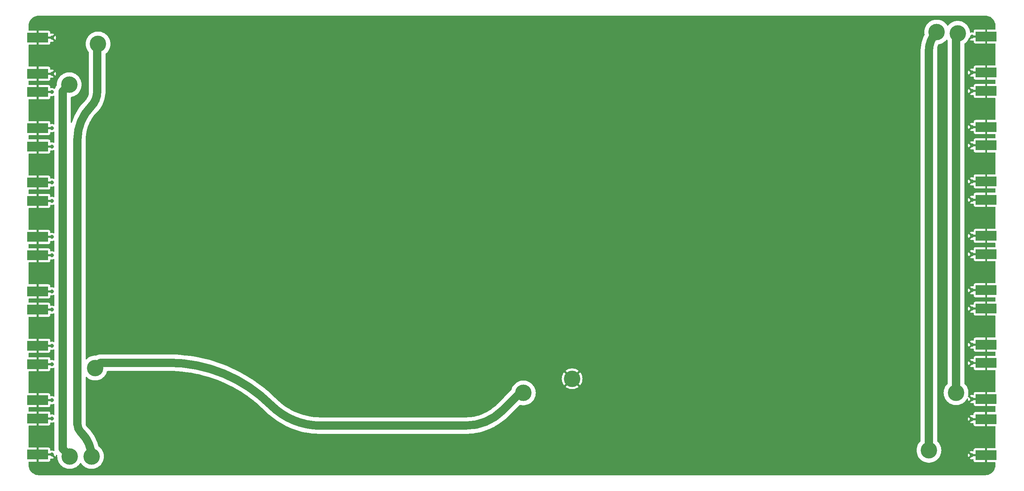
<source format=gbr>
%TF.GenerationSoftware,KiCad,Pcbnew,8.0.3*%
%TF.CreationDate,2024-07-10T09:14:50+07:00*%
%TF.ProjectId,probe,70726f62-652e-46b6-9963-61645f706362,rev?*%
%TF.SameCoordinates,Original*%
%TF.FileFunction,Copper,L2,Bot*%
%TF.FilePolarity,Positive*%
%FSLAX46Y46*%
G04 Gerber Fmt 4.6, Leading zero omitted, Abs format (unit mm)*
G04 Created by KiCad (PCBNEW 8.0.3) date 2024-07-10 09:14:50*
%MOMM*%
%LPD*%
G01*
G04 APERTURE LIST*
%TA.AperFunction,SMDPad,CuDef*%
%ADD10R,5.080000X2.420000*%
%TD*%
%TA.AperFunction,SMDPad,CuDef*%
%ADD11R,0.950000X0.460000*%
%TD*%
%TA.AperFunction,ComponentPad*%
%ADD12C,0.970000*%
%TD*%
%TA.AperFunction,SMDPad,CuDef*%
%ADD13C,4.000000*%
%TD*%
%TA.AperFunction,ViaPad*%
%ADD14C,4.000000*%
%TD*%
%TA.AperFunction,Conductor*%
%ADD15C,2.000000*%
%TD*%
G04 APERTURE END LIST*
D10*
%TO.P,J6,2,Ext*%
%TO.N,GND*%
X149250000Y-208020000D03*
X149250000Y-216780000D03*
D11*
X152240000Y-208020000D03*
X152240000Y-216780000D03*
D12*
X152690000Y-208020000D03*
X152690000Y-216780000D03*
%TD*%
D10*
%TO.P,J2,2,Ext*%
%TO.N,GND*%
X149250000Y-155100000D03*
X149250000Y-163860000D03*
D11*
X152240000Y-155100000D03*
X152240000Y-163860000D03*
D12*
X152690000Y-155100000D03*
X152690000Y-163860000D03*
%TD*%
D10*
%TO.P,J16,2,Ext*%
%TO.N,GND*%
X379680000Y-243380000D03*
X379680000Y-234620000D03*
D11*
X376690000Y-243380000D03*
X376690000Y-234620000D03*
D12*
X376240000Y-243380000D03*
X376240000Y-234620000D03*
%TD*%
D10*
%TO.P,J5,2,Ext*%
%TO.N,GND*%
X149250000Y-194790000D03*
X149250000Y-203550000D03*
D11*
X152240000Y-194790000D03*
X152240000Y-203550000D03*
D12*
X152690000Y-194790000D03*
X152690000Y-203550000D03*
%TD*%
D10*
%TO.P,J12,2,Ext*%
%TO.N,GND*%
X379720000Y-190045375D03*
X379720000Y-181285375D03*
D11*
X376730000Y-190045375D03*
X376730000Y-181285375D03*
D12*
X376280000Y-190045375D03*
X376280000Y-181285375D03*
%TD*%
D10*
%TO.P,J3,2,Ext*%
%TO.N,GND*%
X149250000Y-168330000D03*
X149250000Y-177090000D03*
D11*
X152240000Y-168330000D03*
X152240000Y-177090000D03*
D12*
X152690000Y-168330000D03*
X152690000Y-177090000D03*
%TD*%
D10*
%TO.P,J8,2,Ext*%
%TO.N,GND*%
X149250000Y-234480000D03*
X149250000Y-243240000D03*
D11*
X152240000Y-234480000D03*
X152240000Y-243240000D03*
D12*
X152690000Y-234480000D03*
X152690000Y-243240000D03*
%TD*%
D10*
%TO.P,J11,2,Ext*%
%TO.N,GND*%
X379720000Y-176815375D03*
X379720000Y-168055375D03*
D11*
X376730000Y-176815375D03*
X376730000Y-168055375D03*
D12*
X376280000Y-176815375D03*
X376280000Y-168055375D03*
%TD*%
D10*
%TO.P,J13,2,Ext*%
%TO.N,GND*%
X379720000Y-203275375D03*
X379720000Y-194515375D03*
D11*
X376730000Y-203275375D03*
X376730000Y-194515375D03*
D12*
X376280000Y-203275375D03*
X376280000Y-194515375D03*
%TD*%
D10*
%TO.P,J15,2,Ext*%
%TO.N,GND*%
X379720000Y-229735375D03*
X379720000Y-220975375D03*
D11*
X376730000Y-229735375D03*
X376730000Y-220975375D03*
D12*
X376280000Y-229735375D03*
X376280000Y-220975375D03*
%TD*%
D10*
%TO.P,J1,2,Ext*%
%TO.N,GND*%
X149250000Y-141870000D03*
X149250000Y-150630000D03*
D11*
X152240000Y-141870000D03*
X152240000Y-150630000D03*
D12*
X152690000Y-141870000D03*
X152690000Y-150630000D03*
%TD*%
D10*
%TO.P,J14,2,Ext*%
%TO.N,GND*%
X379720000Y-216505375D03*
X379720000Y-207745375D03*
D11*
X376730000Y-216505375D03*
X376730000Y-207745375D03*
D12*
X376280000Y-216505375D03*
X376280000Y-207745375D03*
%TD*%
D10*
%TO.P,J4,2,Ext*%
%TO.N,GND*%
X149250000Y-181560000D03*
X149250000Y-190320000D03*
D11*
X152240000Y-181560000D03*
X152240000Y-190320000D03*
D12*
X152690000Y-181560000D03*
X152690000Y-190320000D03*
%TD*%
D10*
%TO.P,J7,2,Ext*%
%TO.N,GND*%
X149250000Y-221250000D03*
X149250000Y-230010000D03*
D11*
X152240000Y-221250000D03*
X152240000Y-230010000D03*
D12*
X152690000Y-221250000D03*
X152690000Y-230010000D03*
%TD*%
D10*
%TO.P,J9,2,Ext*%
%TO.N,GND*%
X379720000Y-150355375D03*
X379720000Y-141595375D03*
D11*
X376730000Y-150355375D03*
X376730000Y-141595375D03*
D12*
X376280000Y-150355375D03*
X376280000Y-141595375D03*
%TD*%
D10*
%TO.P,J10,2,Ext*%
%TO.N,GND*%
X379720000Y-163585375D03*
X379720000Y-154825375D03*
D11*
X376730000Y-163585375D03*
X376730000Y-154825375D03*
D12*
X376280000Y-163585375D03*
X376280000Y-154825375D03*
%TD*%
D13*
%TO.P,Piezo +,1*%
%TO.N,/Probe*%
X267250000Y-228250000D03*
%TD*%
%TO.P,Piezo -,1*%
%TO.N,GND*%
X279100000Y-224800000D03*
%TD*%
D14*
%TO.N,/Probe*%
X163200000Y-222200000D03*
X372800000Y-140800000D03*
X156900000Y-153300000D03*
X372400000Y-228200000D03*
X157000000Y-243700000D03*
X163900000Y-143400000D03*
X367700000Y-140500000D03*
X365800000Y-242200000D03*
X162300000Y-243700000D03*
%TD*%
D15*
%TO.N,/Probe*%
X217971067Y-236200000D02*
X253267410Y-236200000D01*
X155300000Y-154900000D02*
X155300000Y-241858579D01*
X163700000Y-154978680D02*
X163700000Y-143882842D01*
X164500000Y-220900000D02*
X181033601Y-220900000D01*
X365800000Y-242200000D02*
X365800000Y-145087005D01*
X262200000Y-232500000D02*
X265884314Y-228815686D01*
X159966548Y-238066547D02*
X159700000Y-237800000D01*
X372400000Y-228200000D02*
X372400000Y-141765685D01*
X158900000Y-235868630D02*
X158900000Y-166566904D01*
X155300000Y-241858579D02*
X156900000Y-243458579D01*
X156900000Y-153300000D02*
X155300000Y-154900000D01*
X163200000Y-222200000D02*
X164500000Y-220900000D01*
X163700000Y-143882842D02*
G75*
G02*
X163899987Y-143399987I682800J42D01*
G01*
X158900000Y-166566904D02*
G75*
G02*
X162199999Y-158599999I11266900J4D01*
G01*
X372400000Y-141765685D02*
G75*
G02*
X372800004Y-140800004I1365700J-15D01*
G01*
X253267410Y-236200000D02*
G75*
G03*
X262199997Y-232499997I-10J12632600D01*
G01*
X156900000Y-243458579D02*
G75*
G03*
X156999994Y-243700006I341400J-21D01*
G01*
X205900000Y-231200000D02*
G75*
G03*
X217971067Y-236200013I12071100J12071100D01*
G01*
X181033601Y-220900000D02*
G75*
G02*
X205900000Y-231200000I-1J-35166400D01*
G01*
X265884314Y-228815686D02*
G75*
G02*
X267250000Y-228250009I1365686J-1365714D01*
G01*
X365800000Y-145087005D02*
G75*
G02*
X367699998Y-140499998I6487000J5D01*
G01*
X162300000Y-243700000D02*
G75*
G03*
X159966547Y-238066548I-7966900J0D01*
G01*
X159700000Y-237800000D02*
G75*
G02*
X158899988Y-235868630I1931400J1931400D01*
G01*
X162200000Y-158600000D02*
G75*
G03*
X163699992Y-154978680I-3621300J3621300D01*
G01*
%TD*%
%TA.AperFunction,Conductor*%
%TO.N,GND*%
G36*
X379503736Y-136500726D02*
G01*
X379793796Y-136518271D01*
X379808659Y-136520076D01*
X380090798Y-136571780D01*
X380105335Y-136575363D01*
X380379172Y-136660695D01*
X380393163Y-136666000D01*
X380654743Y-136783727D01*
X380667989Y-136790680D01*
X380913465Y-136939075D01*
X380925776Y-136947573D01*
X381151573Y-137124473D01*
X381162781Y-137134403D01*
X381365596Y-137337218D01*
X381375526Y-137348426D01*
X381495481Y-137501538D01*
X381552422Y-137574217D01*
X381560926Y-137586537D01*
X381653834Y-137740226D01*
X381709316Y-137832004D01*
X381716275Y-137845263D01*
X381833997Y-138106831D01*
X381839306Y-138120832D01*
X381924635Y-138394663D01*
X381928219Y-138409201D01*
X381979923Y-138691340D01*
X381981728Y-138706205D01*
X381999274Y-138996263D01*
X381999500Y-139003750D01*
X381999500Y-139761375D01*
X381979815Y-139828414D01*
X381927011Y-139874169D01*
X381875500Y-139885375D01*
X379970000Y-139885375D01*
X379970000Y-143305375D01*
X381875500Y-143305375D01*
X381942539Y-143325060D01*
X381988294Y-143377864D01*
X381999500Y-143429375D01*
X381999500Y-148521375D01*
X381979815Y-148588414D01*
X381927011Y-148634169D01*
X381875500Y-148645375D01*
X379970000Y-148645375D01*
X379970000Y-152065375D01*
X381875500Y-152065375D01*
X381942539Y-152085060D01*
X381988294Y-152137864D01*
X381999500Y-152189375D01*
X381999500Y-152991375D01*
X381979815Y-153058414D01*
X381927011Y-153104169D01*
X381875500Y-153115375D01*
X379970000Y-153115375D01*
X379970000Y-156535375D01*
X381875500Y-156535375D01*
X381942539Y-156555060D01*
X381988294Y-156607864D01*
X381999500Y-156659375D01*
X381999500Y-161751375D01*
X381979815Y-161818414D01*
X381927011Y-161864169D01*
X381875500Y-161875375D01*
X379970000Y-161875375D01*
X379970000Y-165295375D01*
X381875500Y-165295375D01*
X381942539Y-165315060D01*
X381988294Y-165367864D01*
X381999500Y-165419375D01*
X381999500Y-166221375D01*
X381979815Y-166288414D01*
X381927011Y-166334169D01*
X381875500Y-166345375D01*
X379970000Y-166345375D01*
X379970000Y-169765375D01*
X381875500Y-169765375D01*
X381942539Y-169785060D01*
X381988294Y-169837864D01*
X381999500Y-169889375D01*
X381999500Y-174981375D01*
X381979815Y-175048414D01*
X381927011Y-175094169D01*
X381875500Y-175105375D01*
X379970000Y-175105375D01*
X379970000Y-178525375D01*
X381875500Y-178525375D01*
X381942539Y-178545060D01*
X381988294Y-178597864D01*
X381999500Y-178649375D01*
X381999500Y-179451375D01*
X381979815Y-179518414D01*
X381927011Y-179564169D01*
X381875500Y-179575375D01*
X379970000Y-179575375D01*
X379970000Y-182995375D01*
X381875500Y-182995375D01*
X381942539Y-183015060D01*
X381988294Y-183067864D01*
X381999500Y-183119375D01*
X381999500Y-188211375D01*
X381979815Y-188278414D01*
X381927011Y-188324169D01*
X381875500Y-188335375D01*
X379970000Y-188335375D01*
X379970000Y-191755375D01*
X381875500Y-191755375D01*
X381942539Y-191775060D01*
X381988294Y-191827864D01*
X381999500Y-191879375D01*
X381999500Y-192681375D01*
X381979815Y-192748414D01*
X381927011Y-192794169D01*
X381875500Y-192805375D01*
X379970000Y-192805375D01*
X379970000Y-196225375D01*
X381875500Y-196225375D01*
X381942539Y-196245060D01*
X381988294Y-196297864D01*
X381999500Y-196349375D01*
X381999500Y-201441375D01*
X381979815Y-201508414D01*
X381927011Y-201554169D01*
X381875500Y-201565375D01*
X379970000Y-201565375D01*
X379970000Y-204985375D01*
X381875500Y-204985375D01*
X381942539Y-205005060D01*
X381988294Y-205057864D01*
X381999500Y-205109375D01*
X381999500Y-205911375D01*
X381979815Y-205978414D01*
X381927011Y-206024169D01*
X381875500Y-206035375D01*
X379970000Y-206035375D01*
X379970000Y-209455375D01*
X381875500Y-209455375D01*
X381942539Y-209475060D01*
X381988294Y-209527864D01*
X381999500Y-209579375D01*
X381999500Y-214671375D01*
X381979815Y-214738414D01*
X381927011Y-214784169D01*
X381875500Y-214795375D01*
X379970000Y-214795375D01*
X379970000Y-218215375D01*
X381875500Y-218215375D01*
X381942539Y-218235060D01*
X381988294Y-218287864D01*
X381999500Y-218339375D01*
X381999500Y-219141375D01*
X381979815Y-219208414D01*
X381927011Y-219254169D01*
X381875500Y-219265375D01*
X379970000Y-219265375D01*
X379970000Y-222685375D01*
X381875500Y-222685375D01*
X381942539Y-222705060D01*
X381988294Y-222757864D01*
X381999500Y-222809375D01*
X381999500Y-227901375D01*
X381979815Y-227968414D01*
X381927011Y-228014169D01*
X381875500Y-228025375D01*
X379970000Y-228025375D01*
X379970000Y-231445375D01*
X381875500Y-231445375D01*
X381942539Y-231465060D01*
X381988294Y-231517864D01*
X381999500Y-231569375D01*
X381999500Y-232786000D01*
X381979815Y-232853039D01*
X381927011Y-232898794D01*
X381875500Y-232910000D01*
X379930000Y-232910000D01*
X379930000Y-236330000D01*
X381875500Y-236330000D01*
X381942539Y-236349685D01*
X381988294Y-236402489D01*
X381999500Y-236454000D01*
X381999500Y-241546000D01*
X381979815Y-241613039D01*
X381927011Y-241658794D01*
X381875500Y-241670000D01*
X379930000Y-241670000D01*
X379930000Y-245090000D01*
X381875500Y-245090000D01*
X381942539Y-245109685D01*
X381988294Y-245162489D01*
X381999500Y-245214000D01*
X381999500Y-245746249D01*
X381999274Y-245753736D01*
X381981728Y-246043794D01*
X381979923Y-246058659D01*
X381928219Y-246340798D01*
X381924635Y-246355336D01*
X381839306Y-246629167D01*
X381833997Y-246643168D01*
X381716275Y-246904736D01*
X381709316Y-246917995D01*
X381560928Y-247163459D01*
X381552422Y-247175782D01*
X381375526Y-247401573D01*
X381365596Y-247412781D01*
X381162781Y-247615596D01*
X381151573Y-247625526D01*
X380925782Y-247802422D01*
X380913459Y-247810928D01*
X380667995Y-247959316D01*
X380654736Y-247966275D01*
X380393168Y-248083997D01*
X380379167Y-248089306D01*
X380105336Y-248174635D01*
X380090798Y-248178219D01*
X379808659Y-248229923D01*
X379793794Y-248231728D01*
X379503736Y-248249274D01*
X379496249Y-248249500D01*
X149503751Y-248249500D01*
X149496264Y-248249274D01*
X149206205Y-248231728D01*
X149191340Y-248229923D01*
X148909201Y-248178219D01*
X148894663Y-248174635D01*
X148620832Y-248089306D01*
X148606831Y-248083997D01*
X148345263Y-247966275D01*
X148332004Y-247959316D01*
X148086540Y-247810928D01*
X148074217Y-247802422D01*
X147848426Y-247625526D01*
X147837218Y-247615596D01*
X147634403Y-247412781D01*
X147624473Y-247401573D01*
X147447573Y-247175776D01*
X147439075Y-247163465D01*
X147290680Y-246917989D01*
X147283727Y-246904743D01*
X147166000Y-246643163D01*
X147160693Y-246629167D01*
X147145159Y-246579318D01*
X147075363Y-246355335D01*
X147071780Y-246340798D01*
X147020076Y-246058659D01*
X147018271Y-246043794D01*
X147000726Y-245753736D01*
X147000500Y-245746249D01*
X147000500Y-245074000D01*
X147020185Y-245006961D01*
X147072989Y-244961206D01*
X147124500Y-244950000D01*
X149000000Y-244950000D01*
X149000000Y-243490000D01*
X149500000Y-243490000D01*
X149500000Y-244950000D01*
X151837828Y-244950000D01*
X151837844Y-244949999D01*
X151897372Y-244943598D01*
X151897379Y-244943596D01*
X152032086Y-244893354D01*
X152032093Y-244893350D01*
X152147187Y-244807190D01*
X152147190Y-244807187D01*
X152233350Y-244692093D01*
X152233354Y-244692086D01*
X152283596Y-244557379D01*
X152283598Y-244557372D01*
X152289999Y-244497844D01*
X152290000Y-244497827D01*
X152290000Y-244315178D01*
X152309685Y-244248139D01*
X152362489Y-244202384D01*
X152431647Y-244192440D01*
X152449996Y-244196518D01*
X152496904Y-244210747D01*
X152690000Y-244229765D01*
X152883092Y-244210748D01*
X153068772Y-244154422D01*
X153068774Y-244154422D01*
X153187438Y-244090992D01*
X153187439Y-244090991D01*
X152470000Y-243373552D01*
X152460789Y-243377368D01*
X152450315Y-243413039D01*
X152397511Y-243458794D01*
X152346000Y-243470000D01*
X152319433Y-243470000D01*
X152287996Y-243487166D01*
X152261638Y-243490000D01*
X149500000Y-243490000D01*
X149000000Y-243490000D01*
X149000000Y-243194250D01*
X152460000Y-243194250D01*
X152460000Y-243285750D01*
X152495015Y-243370285D01*
X152559715Y-243434985D01*
X152644250Y-243470000D01*
X152735750Y-243470000D01*
X152820285Y-243434985D01*
X152884985Y-243370285D01*
X152920000Y-243285750D01*
X152920000Y-243194250D01*
X152884985Y-243109715D01*
X152820285Y-243045015D01*
X152735750Y-243010000D01*
X152644250Y-243010000D01*
X152559715Y-243045015D01*
X152495015Y-243109715D01*
X152460000Y-243194250D01*
X149000000Y-243194250D01*
X149000000Y-241530000D01*
X147124500Y-241530000D01*
X147057461Y-241510315D01*
X147011706Y-241457511D01*
X147000500Y-241406000D01*
X147000500Y-236314000D01*
X147020185Y-236246961D01*
X147072989Y-236201206D01*
X147124500Y-236190000D01*
X149000000Y-236190000D01*
X149000000Y-232770000D01*
X147124500Y-232770000D01*
X147057461Y-232750315D01*
X147011706Y-232697511D01*
X147000500Y-232646000D01*
X147000500Y-231844000D01*
X147020185Y-231776961D01*
X147072989Y-231731206D01*
X147124500Y-231720000D01*
X149000000Y-231720000D01*
X149000000Y-228300000D01*
X147124500Y-228300000D01*
X147057461Y-228280315D01*
X147011706Y-228227511D01*
X147000500Y-228176000D01*
X147000500Y-223084000D01*
X147020185Y-223016961D01*
X147072989Y-222971206D01*
X147124500Y-222960000D01*
X149000000Y-222960000D01*
X149000000Y-219540000D01*
X147124500Y-219540000D01*
X147057461Y-219520315D01*
X147011706Y-219467511D01*
X147000500Y-219416000D01*
X147000500Y-218614000D01*
X147020185Y-218546961D01*
X147072989Y-218501206D01*
X147124500Y-218490000D01*
X149000000Y-218490000D01*
X149000000Y-215070000D01*
X147124500Y-215070000D01*
X147057461Y-215050315D01*
X147011706Y-214997511D01*
X147000500Y-214946000D01*
X147000500Y-209854000D01*
X147020185Y-209786961D01*
X147072989Y-209741206D01*
X147124500Y-209730000D01*
X149000000Y-209730000D01*
X149000000Y-206310000D01*
X147124500Y-206310000D01*
X147057461Y-206290315D01*
X147011706Y-206237511D01*
X147000500Y-206186000D01*
X147000500Y-205384000D01*
X147020185Y-205316961D01*
X147072989Y-205271206D01*
X147124500Y-205260000D01*
X149000000Y-205260000D01*
X149000000Y-201840000D01*
X147124500Y-201840000D01*
X147057461Y-201820315D01*
X147011706Y-201767511D01*
X147000500Y-201716000D01*
X147000500Y-196624000D01*
X147020185Y-196556961D01*
X147072989Y-196511206D01*
X147124500Y-196500000D01*
X149000000Y-196500000D01*
X149000000Y-193080000D01*
X147124500Y-193080000D01*
X147057461Y-193060315D01*
X147011706Y-193007511D01*
X147000500Y-192956000D01*
X147000500Y-192154000D01*
X147020185Y-192086961D01*
X147072989Y-192041206D01*
X147124500Y-192030000D01*
X149000000Y-192030000D01*
X149000000Y-188610000D01*
X147124500Y-188610000D01*
X147057461Y-188590315D01*
X147011706Y-188537511D01*
X147000500Y-188486000D01*
X147000500Y-183394000D01*
X147020185Y-183326961D01*
X147072989Y-183281206D01*
X147124500Y-183270000D01*
X149000000Y-183270000D01*
X149000000Y-179850000D01*
X147124500Y-179850000D01*
X147057461Y-179830315D01*
X147011706Y-179777511D01*
X147000500Y-179726000D01*
X147000500Y-178924000D01*
X147020185Y-178856961D01*
X147072989Y-178811206D01*
X147124500Y-178800000D01*
X149000000Y-178800000D01*
X149000000Y-175380000D01*
X147124500Y-175380000D01*
X147057461Y-175360315D01*
X147011706Y-175307511D01*
X147000500Y-175256000D01*
X147000500Y-170164000D01*
X147020185Y-170096961D01*
X147072989Y-170051206D01*
X147124500Y-170040000D01*
X149000000Y-170040000D01*
X149000000Y-166620000D01*
X147124500Y-166620000D01*
X147057461Y-166600315D01*
X147011706Y-166547511D01*
X147000500Y-166496000D01*
X147000500Y-165694000D01*
X147020185Y-165626961D01*
X147072989Y-165581206D01*
X147124500Y-165570000D01*
X149000000Y-165570000D01*
X149000000Y-162150000D01*
X147124500Y-162150000D01*
X147057461Y-162130315D01*
X147011706Y-162077511D01*
X147000500Y-162026000D01*
X147000500Y-156934000D01*
X147020185Y-156866961D01*
X147072989Y-156821206D01*
X147124500Y-156810000D01*
X149000000Y-156810000D01*
X149000000Y-153390000D01*
X149500000Y-153390000D01*
X149500000Y-154850000D01*
X152261638Y-154850000D01*
X152328677Y-154869685D01*
X152329068Y-154870000D01*
X152346000Y-154870000D01*
X152413039Y-154889685D01*
X152458794Y-154942489D01*
X152470000Y-154994000D01*
X152470000Y-155030107D01*
X152460000Y-155054250D01*
X152460000Y-155145750D01*
X152470000Y-155169892D01*
X152470000Y-155206000D01*
X152450315Y-155273039D01*
X152397511Y-155318794D01*
X152346000Y-155330000D01*
X152319433Y-155330000D01*
X152287996Y-155347166D01*
X152261638Y-155350000D01*
X149500000Y-155350000D01*
X149500000Y-156810000D01*
X151837828Y-156810000D01*
X151837844Y-156809999D01*
X151897372Y-156803598D01*
X151897379Y-156803596D01*
X152032086Y-156753354D01*
X152032093Y-156753350D01*
X152147187Y-156667190D01*
X152147190Y-156667187D01*
X152233350Y-156552093D01*
X152233354Y-156552086D01*
X152283596Y-156417379D01*
X152283598Y-156417372D01*
X152289999Y-156357844D01*
X152290000Y-156357827D01*
X152290000Y-156175178D01*
X152309685Y-156108139D01*
X152362489Y-156062384D01*
X152431647Y-156052440D01*
X152449996Y-156056518D01*
X152496904Y-156070747D01*
X152690000Y-156089765D01*
X152883092Y-156070748D01*
X153068769Y-156014423D01*
X153117046Y-155988619D01*
X153185449Y-155974377D01*
X153250693Y-155999377D01*
X153292064Y-156055681D01*
X153299500Y-156097977D01*
X153299500Y-162862022D01*
X153279815Y-162929061D01*
X153227011Y-162974816D01*
X153157853Y-162984760D01*
X153117048Y-162971381D01*
X153068769Y-162945576D01*
X152883092Y-162889251D01*
X152690000Y-162870234D01*
X152496905Y-162889252D01*
X152449994Y-162903482D01*
X152380127Y-162904105D01*
X152321015Y-162866856D01*
X152291424Y-162803562D01*
X152290000Y-162784821D01*
X152290000Y-162602172D01*
X152289999Y-162602155D01*
X152283598Y-162542627D01*
X152283596Y-162542620D01*
X152233354Y-162407913D01*
X152233350Y-162407906D01*
X152147190Y-162292812D01*
X152147187Y-162292809D01*
X152032093Y-162206649D01*
X152032086Y-162206645D01*
X151897379Y-162156403D01*
X151897372Y-162156401D01*
X151837844Y-162150000D01*
X149500000Y-162150000D01*
X149500000Y-163610000D01*
X152261638Y-163610000D01*
X152328677Y-163629685D01*
X152329068Y-163630000D01*
X152346000Y-163630000D01*
X152413039Y-163649685D01*
X152458794Y-163702489D01*
X152470000Y-163754000D01*
X152470000Y-163790107D01*
X152460000Y-163814250D01*
X152460000Y-163905750D01*
X152470000Y-163929892D01*
X152470000Y-163966000D01*
X152450315Y-164033039D01*
X152397511Y-164078794D01*
X152346000Y-164090000D01*
X152319433Y-164090000D01*
X152287996Y-164107166D01*
X152261638Y-164110000D01*
X149500000Y-164110000D01*
X149500000Y-165570000D01*
X151837828Y-165570000D01*
X151837844Y-165569999D01*
X151897372Y-165563598D01*
X151897379Y-165563596D01*
X152032086Y-165513354D01*
X152032093Y-165513350D01*
X152147187Y-165427190D01*
X152147190Y-165427187D01*
X152233350Y-165312093D01*
X152233354Y-165312086D01*
X152283596Y-165177379D01*
X152283598Y-165177372D01*
X152289999Y-165117844D01*
X152290000Y-165117827D01*
X152290000Y-164935178D01*
X152309685Y-164868139D01*
X152362489Y-164822384D01*
X152431647Y-164812440D01*
X152449996Y-164816518D01*
X152496904Y-164830747D01*
X152690000Y-164849765D01*
X152883092Y-164830748D01*
X153068769Y-164774423D01*
X153117046Y-164748619D01*
X153185449Y-164734377D01*
X153250693Y-164759377D01*
X153292064Y-164815681D01*
X153299500Y-164857977D01*
X153299500Y-167332022D01*
X153279815Y-167399061D01*
X153227011Y-167444816D01*
X153157853Y-167454760D01*
X153117048Y-167441381D01*
X153068769Y-167415576D01*
X152883092Y-167359251D01*
X152690000Y-167340234D01*
X152496905Y-167359252D01*
X152449994Y-167373482D01*
X152380127Y-167374105D01*
X152321015Y-167336856D01*
X152291424Y-167273562D01*
X152290000Y-167254821D01*
X152290000Y-167072172D01*
X152289999Y-167072155D01*
X152283598Y-167012627D01*
X152283596Y-167012620D01*
X152233354Y-166877913D01*
X152233350Y-166877906D01*
X152147190Y-166762812D01*
X152147187Y-166762809D01*
X152032093Y-166676649D01*
X152032086Y-166676645D01*
X151897379Y-166626403D01*
X151897372Y-166626401D01*
X151837844Y-166620000D01*
X149500000Y-166620000D01*
X149500000Y-168080000D01*
X152261638Y-168080000D01*
X152328677Y-168099685D01*
X152329068Y-168100000D01*
X152346000Y-168100000D01*
X152413039Y-168119685D01*
X152458794Y-168172489D01*
X152470000Y-168224000D01*
X152470000Y-168260107D01*
X152460000Y-168284250D01*
X152460000Y-168375750D01*
X152470000Y-168399892D01*
X152470000Y-168436000D01*
X152450315Y-168503039D01*
X152397511Y-168548794D01*
X152346000Y-168560000D01*
X152319433Y-168560000D01*
X152287996Y-168577166D01*
X152261638Y-168580000D01*
X149500000Y-168580000D01*
X149500000Y-170040000D01*
X151837828Y-170040000D01*
X151837844Y-170039999D01*
X151897372Y-170033598D01*
X151897379Y-170033596D01*
X152032086Y-169983354D01*
X152032093Y-169983350D01*
X152147187Y-169897190D01*
X152147190Y-169897187D01*
X152233350Y-169782093D01*
X152233354Y-169782086D01*
X152283596Y-169647379D01*
X152283598Y-169647372D01*
X152289999Y-169587844D01*
X152290000Y-169587827D01*
X152290000Y-169405178D01*
X152309685Y-169338139D01*
X152362489Y-169292384D01*
X152431647Y-169282440D01*
X152449996Y-169286518D01*
X152496904Y-169300747D01*
X152690000Y-169319765D01*
X152883092Y-169300748D01*
X153068769Y-169244423D01*
X153117046Y-169218619D01*
X153185449Y-169204377D01*
X153250693Y-169229377D01*
X153292064Y-169285681D01*
X153299500Y-169327977D01*
X153299500Y-176092022D01*
X153279815Y-176159061D01*
X153227011Y-176204816D01*
X153157853Y-176214760D01*
X153117048Y-176201381D01*
X153068769Y-176175576D01*
X152883092Y-176119251D01*
X152690000Y-176100234D01*
X152496905Y-176119252D01*
X152449994Y-176133482D01*
X152380127Y-176134105D01*
X152321015Y-176096856D01*
X152291424Y-176033562D01*
X152290000Y-176014821D01*
X152290000Y-175832172D01*
X152289999Y-175832155D01*
X152283598Y-175772627D01*
X152283596Y-175772620D01*
X152233354Y-175637913D01*
X152233350Y-175637906D01*
X152147190Y-175522812D01*
X152147187Y-175522809D01*
X152032093Y-175436649D01*
X152032086Y-175436645D01*
X151897379Y-175386403D01*
X151897372Y-175386401D01*
X151837844Y-175380000D01*
X149500000Y-175380000D01*
X149500000Y-176840000D01*
X152261638Y-176840000D01*
X152328677Y-176859685D01*
X152329068Y-176860000D01*
X152346000Y-176860000D01*
X152413039Y-176879685D01*
X152458794Y-176932489D01*
X152470000Y-176984000D01*
X152470000Y-177020107D01*
X152460000Y-177044250D01*
X152460000Y-177135750D01*
X152470000Y-177159892D01*
X152470000Y-177196000D01*
X152450315Y-177263039D01*
X152397511Y-177308794D01*
X152346000Y-177320000D01*
X152319433Y-177320000D01*
X152287996Y-177337166D01*
X152261638Y-177340000D01*
X149500000Y-177340000D01*
X149500000Y-178800000D01*
X151837828Y-178800000D01*
X151837844Y-178799999D01*
X151897372Y-178793598D01*
X151897379Y-178793596D01*
X152032086Y-178743354D01*
X152032093Y-178743350D01*
X152147187Y-178657190D01*
X152147190Y-178657187D01*
X152233350Y-178542093D01*
X152233354Y-178542086D01*
X152283596Y-178407379D01*
X152283598Y-178407372D01*
X152289999Y-178347844D01*
X152290000Y-178347827D01*
X152290000Y-178165178D01*
X152309685Y-178098139D01*
X152362489Y-178052384D01*
X152431647Y-178042440D01*
X152449996Y-178046518D01*
X152496904Y-178060747D01*
X152690000Y-178079765D01*
X152883092Y-178060748D01*
X153068769Y-178004423D01*
X153117046Y-177978619D01*
X153185449Y-177964377D01*
X153250693Y-177989377D01*
X153292064Y-178045681D01*
X153299500Y-178087977D01*
X153299500Y-180562022D01*
X153279815Y-180629061D01*
X153227011Y-180674816D01*
X153157853Y-180684760D01*
X153117048Y-180671381D01*
X153068769Y-180645576D01*
X152883092Y-180589251D01*
X152690000Y-180570234D01*
X152496905Y-180589252D01*
X152449994Y-180603482D01*
X152380127Y-180604105D01*
X152321015Y-180566856D01*
X152291424Y-180503562D01*
X152290000Y-180484821D01*
X152290000Y-180302172D01*
X152289999Y-180302155D01*
X152283598Y-180242627D01*
X152283596Y-180242620D01*
X152233354Y-180107913D01*
X152233350Y-180107906D01*
X152147190Y-179992812D01*
X152147187Y-179992809D01*
X152032093Y-179906649D01*
X152032086Y-179906645D01*
X151897379Y-179856403D01*
X151897372Y-179856401D01*
X151837844Y-179850000D01*
X149500000Y-179850000D01*
X149500000Y-181310000D01*
X152261638Y-181310000D01*
X152328677Y-181329685D01*
X152329068Y-181330000D01*
X152346000Y-181330000D01*
X152413039Y-181349685D01*
X152458794Y-181402489D01*
X152470000Y-181454000D01*
X152470000Y-181490107D01*
X152460000Y-181514250D01*
X152460000Y-181605750D01*
X152470000Y-181629892D01*
X152470000Y-181666000D01*
X152450315Y-181733039D01*
X152397511Y-181778794D01*
X152346000Y-181790000D01*
X152319433Y-181790000D01*
X152287996Y-181807166D01*
X152261638Y-181810000D01*
X149500000Y-181810000D01*
X149500000Y-183270000D01*
X151837828Y-183270000D01*
X151837844Y-183269999D01*
X151897372Y-183263598D01*
X151897379Y-183263596D01*
X152032086Y-183213354D01*
X152032093Y-183213350D01*
X152147187Y-183127190D01*
X152147190Y-183127187D01*
X152233350Y-183012093D01*
X152233354Y-183012086D01*
X152283596Y-182877379D01*
X152283598Y-182877372D01*
X152289999Y-182817844D01*
X152290000Y-182817827D01*
X152290000Y-182635178D01*
X152309685Y-182568139D01*
X152362489Y-182522384D01*
X152431647Y-182512440D01*
X152449996Y-182516518D01*
X152496904Y-182530747D01*
X152690000Y-182549765D01*
X152883092Y-182530748D01*
X153068769Y-182474423D01*
X153117046Y-182448619D01*
X153185449Y-182434377D01*
X153250693Y-182459377D01*
X153292064Y-182515681D01*
X153299500Y-182557977D01*
X153299500Y-189322022D01*
X153279815Y-189389061D01*
X153227011Y-189434816D01*
X153157853Y-189444760D01*
X153117048Y-189431381D01*
X153068769Y-189405576D01*
X152883092Y-189349251D01*
X152690000Y-189330234D01*
X152496905Y-189349252D01*
X152449994Y-189363482D01*
X152380127Y-189364105D01*
X152321015Y-189326856D01*
X152291424Y-189263562D01*
X152290000Y-189244821D01*
X152290000Y-189062172D01*
X152289999Y-189062155D01*
X152283598Y-189002627D01*
X152283596Y-189002620D01*
X152233354Y-188867913D01*
X152233350Y-188867906D01*
X152147190Y-188752812D01*
X152147187Y-188752809D01*
X152032093Y-188666649D01*
X152032086Y-188666645D01*
X151897379Y-188616403D01*
X151897372Y-188616401D01*
X151837844Y-188610000D01*
X149500000Y-188610000D01*
X149500000Y-190070000D01*
X152261638Y-190070000D01*
X152328677Y-190089685D01*
X152329068Y-190090000D01*
X152346000Y-190090000D01*
X152413039Y-190109685D01*
X152458794Y-190162489D01*
X152470000Y-190214000D01*
X152470000Y-190250107D01*
X152460000Y-190274250D01*
X152460000Y-190365750D01*
X152470000Y-190389892D01*
X152470000Y-190426000D01*
X152450315Y-190493039D01*
X152397511Y-190538794D01*
X152346000Y-190550000D01*
X152319433Y-190550000D01*
X152287996Y-190567166D01*
X152261638Y-190570000D01*
X149500000Y-190570000D01*
X149500000Y-192030000D01*
X151837828Y-192030000D01*
X151837844Y-192029999D01*
X151897372Y-192023598D01*
X151897379Y-192023596D01*
X152032086Y-191973354D01*
X152032093Y-191973350D01*
X152147187Y-191887190D01*
X152147190Y-191887187D01*
X152233350Y-191772093D01*
X152233354Y-191772086D01*
X152283596Y-191637379D01*
X152283598Y-191637372D01*
X152289999Y-191577844D01*
X152290000Y-191577827D01*
X152290000Y-191395178D01*
X152309685Y-191328139D01*
X152362489Y-191282384D01*
X152431647Y-191272440D01*
X152449996Y-191276518D01*
X152496904Y-191290747D01*
X152690000Y-191309765D01*
X152883092Y-191290748D01*
X153068769Y-191234423D01*
X153117046Y-191208619D01*
X153185449Y-191194377D01*
X153250693Y-191219377D01*
X153292064Y-191275681D01*
X153299500Y-191317977D01*
X153299500Y-193792022D01*
X153279815Y-193859061D01*
X153227011Y-193904816D01*
X153157853Y-193914760D01*
X153117048Y-193901381D01*
X153068769Y-193875576D01*
X152883092Y-193819251D01*
X152690000Y-193800234D01*
X152496905Y-193819252D01*
X152449994Y-193833482D01*
X152380127Y-193834105D01*
X152321015Y-193796856D01*
X152291424Y-193733562D01*
X152290000Y-193714821D01*
X152290000Y-193532172D01*
X152289999Y-193532155D01*
X152283598Y-193472627D01*
X152283596Y-193472620D01*
X152233354Y-193337913D01*
X152233350Y-193337906D01*
X152147190Y-193222812D01*
X152147187Y-193222809D01*
X152032093Y-193136649D01*
X152032086Y-193136645D01*
X151897379Y-193086403D01*
X151897372Y-193086401D01*
X151837844Y-193080000D01*
X149500000Y-193080000D01*
X149500000Y-194540000D01*
X152261638Y-194540000D01*
X152328677Y-194559685D01*
X152329068Y-194560000D01*
X152346000Y-194560000D01*
X152413039Y-194579685D01*
X152458794Y-194632489D01*
X152470000Y-194684000D01*
X152470000Y-194720107D01*
X152460000Y-194744250D01*
X152460000Y-194835750D01*
X152470000Y-194859892D01*
X152470000Y-194896000D01*
X152450315Y-194963039D01*
X152397511Y-195008794D01*
X152346000Y-195020000D01*
X152319433Y-195020000D01*
X152287996Y-195037166D01*
X152261638Y-195040000D01*
X149500000Y-195040000D01*
X149500000Y-196500000D01*
X151837828Y-196500000D01*
X151837844Y-196499999D01*
X151897372Y-196493598D01*
X151897379Y-196493596D01*
X152032086Y-196443354D01*
X152032093Y-196443350D01*
X152147187Y-196357190D01*
X152147190Y-196357187D01*
X152233350Y-196242093D01*
X152233354Y-196242086D01*
X152283596Y-196107379D01*
X152283598Y-196107372D01*
X152289999Y-196047844D01*
X152290000Y-196047827D01*
X152290000Y-195865178D01*
X152309685Y-195798139D01*
X152362489Y-195752384D01*
X152431647Y-195742440D01*
X152449996Y-195746518D01*
X152496904Y-195760747D01*
X152690000Y-195779765D01*
X152883092Y-195760748D01*
X153068769Y-195704423D01*
X153117046Y-195678619D01*
X153185449Y-195664377D01*
X153250693Y-195689377D01*
X153292064Y-195745681D01*
X153299500Y-195787977D01*
X153299500Y-202552022D01*
X153279815Y-202619061D01*
X153227011Y-202664816D01*
X153157853Y-202674760D01*
X153117048Y-202661381D01*
X153068769Y-202635576D01*
X152883092Y-202579251D01*
X152690000Y-202560234D01*
X152496905Y-202579252D01*
X152449994Y-202593482D01*
X152380127Y-202594105D01*
X152321015Y-202556856D01*
X152291424Y-202493562D01*
X152290000Y-202474821D01*
X152290000Y-202292172D01*
X152289999Y-202292155D01*
X152283598Y-202232627D01*
X152283596Y-202232620D01*
X152233354Y-202097913D01*
X152233350Y-202097906D01*
X152147190Y-201982812D01*
X152147187Y-201982809D01*
X152032093Y-201896649D01*
X152032086Y-201896645D01*
X151897379Y-201846403D01*
X151897372Y-201846401D01*
X151837844Y-201840000D01*
X149500000Y-201840000D01*
X149500000Y-203300000D01*
X152261638Y-203300000D01*
X152328677Y-203319685D01*
X152329068Y-203320000D01*
X152346000Y-203320000D01*
X152413039Y-203339685D01*
X152458794Y-203392489D01*
X152470000Y-203444000D01*
X152470000Y-203480107D01*
X152460000Y-203504250D01*
X152460000Y-203595750D01*
X152470000Y-203619892D01*
X152470000Y-203656000D01*
X152450315Y-203723039D01*
X152397511Y-203768794D01*
X152346000Y-203780000D01*
X152319433Y-203780000D01*
X152287996Y-203797166D01*
X152261638Y-203800000D01*
X149500000Y-203800000D01*
X149500000Y-205260000D01*
X151837828Y-205260000D01*
X151837844Y-205259999D01*
X151897372Y-205253598D01*
X151897379Y-205253596D01*
X152032086Y-205203354D01*
X152032093Y-205203350D01*
X152147187Y-205117190D01*
X152147190Y-205117187D01*
X152233350Y-205002093D01*
X152233354Y-205002086D01*
X152283596Y-204867379D01*
X152283598Y-204867372D01*
X152289999Y-204807844D01*
X152290000Y-204807827D01*
X152290000Y-204625178D01*
X152309685Y-204558139D01*
X152362489Y-204512384D01*
X152431647Y-204502440D01*
X152449996Y-204506518D01*
X152496904Y-204520747D01*
X152690000Y-204539765D01*
X152883092Y-204520748D01*
X153068769Y-204464423D01*
X153117046Y-204438619D01*
X153185449Y-204424377D01*
X153250693Y-204449377D01*
X153292064Y-204505681D01*
X153299500Y-204547977D01*
X153299500Y-207022022D01*
X153279815Y-207089061D01*
X153227011Y-207134816D01*
X153157853Y-207144760D01*
X153117048Y-207131381D01*
X153068769Y-207105576D01*
X152883092Y-207049251D01*
X152690000Y-207030234D01*
X152496905Y-207049252D01*
X152449994Y-207063482D01*
X152380127Y-207064105D01*
X152321015Y-207026856D01*
X152291424Y-206963562D01*
X152290000Y-206944821D01*
X152290000Y-206762172D01*
X152289999Y-206762155D01*
X152283598Y-206702627D01*
X152283596Y-206702620D01*
X152233354Y-206567913D01*
X152233350Y-206567906D01*
X152147190Y-206452812D01*
X152147187Y-206452809D01*
X152032093Y-206366649D01*
X152032086Y-206366645D01*
X151897379Y-206316403D01*
X151897372Y-206316401D01*
X151837844Y-206310000D01*
X149500000Y-206310000D01*
X149500000Y-207770000D01*
X152261638Y-207770000D01*
X152328677Y-207789685D01*
X152329068Y-207790000D01*
X152346000Y-207790000D01*
X152413039Y-207809685D01*
X152458794Y-207862489D01*
X152470000Y-207914000D01*
X152470000Y-207950107D01*
X152460000Y-207974250D01*
X152460000Y-208065750D01*
X152470000Y-208089892D01*
X152470000Y-208126000D01*
X152450315Y-208193039D01*
X152397511Y-208238794D01*
X152346000Y-208250000D01*
X152319433Y-208250000D01*
X152287996Y-208267166D01*
X152261638Y-208270000D01*
X149500000Y-208270000D01*
X149500000Y-209730000D01*
X151837828Y-209730000D01*
X151837844Y-209729999D01*
X151897372Y-209723598D01*
X151897379Y-209723596D01*
X152032086Y-209673354D01*
X152032093Y-209673350D01*
X152147187Y-209587190D01*
X152147190Y-209587187D01*
X152233350Y-209472093D01*
X152233354Y-209472086D01*
X152283596Y-209337379D01*
X152283598Y-209337372D01*
X152289999Y-209277844D01*
X152290000Y-209277827D01*
X152290000Y-209095178D01*
X152309685Y-209028139D01*
X152362489Y-208982384D01*
X152431647Y-208972440D01*
X152449996Y-208976518D01*
X152496904Y-208990747D01*
X152690000Y-209009765D01*
X152883092Y-208990748D01*
X153068769Y-208934423D01*
X153117046Y-208908619D01*
X153185449Y-208894377D01*
X153250693Y-208919377D01*
X153292064Y-208975681D01*
X153299500Y-209017977D01*
X153299500Y-215782022D01*
X153279815Y-215849061D01*
X153227011Y-215894816D01*
X153157853Y-215904760D01*
X153117048Y-215891381D01*
X153068769Y-215865576D01*
X152883092Y-215809251D01*
X152690000Y-215790234D01*
X152496905Y-215809252D01*
X152449994Y-215823482D01*
X152380127Y-215824105D01*
X152321015Y-215786856D01*
X152291424Y-215723562D01*
X152290000Y-215704821D01*
X152290000Y-215522172D01*
X152289999Y-215522155D01*
X152283598Y-215462627D01*
X152283596Y-215462620D01*
X152233354Y-215327913D01*
X152233350Y-215327906D01*
X152147190Y-215212812D01*
X152147187Y-215212809D01*
X152032093Y-215126649D01*
X152032086Y-215126645D01*
X151897379Y-215076403D01*
X151897372Y-215076401D01*
X151837844Y-215070000D01*
X149500000Y-215070000D01*
X149500000Y-216530000D01*
X152261638Y-216530000D01*
X152328677Y-216549685D01*
X152329068Y-216550000D01*
X152346000Y-216550000D01*
X152413039Y-216569685D01*
X152458794Y-216622489D01*
X152470000Y-216674000D01*
X152470000Y-216710107D01*
X152460000Y-216734250D01*
X152460000Y-216825750D01*
X152470000Y-216849892D01*
X152470000Y-216886000D01*
X152450315Y-216953039D01*
X152397511Y-216998794D01*
X152346000Y-217010000D01*
X152319433Y-217010000D01*
X152287996Y-217027166D01*
X152261638Y-217030000D01*
X149500000Y-217030000D01*
X149500000Y-218490000D01*
X151837828Y-218490000D01*
X151837844Y-218489999D01*
X151897372Y-218483598D01*
X151897379Y-218483596D01*
X152032086Y-218433354D01*
X152032093Y-218433350D01*
X152147187Y-218347190D01*
X152147190Y-218347187D01*
X152233350Y-218232093D01*
X152233354Y-218232086D01*
X152283596Y-218097379D01*
X152283598Y-218097372D01*
X152289999Y-218037844D01*
X152290000Y-218037827D01*
X152290000Y-217855178D01*
X152309685Y-217788139D01*
X152362489Y-217742384D01*
X152431647Y-217732440D01*
X152449996Y-217736518D01*
X152496904Y-217750747D01*
X152690000Y-217769765D01*
X152883092Y-217750748D01*
X153068769Y-217694423D01*
X153117046Y-217668619D01*
X153185449Y-217654377D01*
X153250693Y-217679377D01*
X153292064Y-217735681D01*
X153299500Y-217777977D01*
X153299500Y-220252022D01*
X153279815Y-220319061D01*
X153227011Y-220364816D01*
X153157853Y-220374760D01*
X153117048Y-220361381D01*
X153068769Y-220335576D01*
X152883092Y-220279251D01*
X152690000Y-220260234D01*
X152496905Y-220279252D01*
X152449994Y-220293482D01*
X152380127Y-220294105D01*
X152321015Y-220256856D01*
X152291424Y-220193562D01*
X152290000Y-220174821D01*
X152290000Y-219992172D01*
X152289999Y-219992155D01*
X152283598Y-219932627D01*
X152283596Y-219932620D01*
X152233354Y-219797913D01*
X152233350Y-219797906D01*
X152147190Y-219682812D01*
X152147187Y-219682809D01*
X152032093Y-219596649D01*
X152032086Y-219596645D01*
X151897379Y-219546403D01*
X151897372Y-219546401D01*
X151837844Y-219540000D01*
X149500000Y-219540000D01*
X149500000Y-221000000D01*
X152261638Y-221000000D01*
X152328677Y-221019685D01*
X152329068Y-221020000D01*
X152346000Y-221020000D01*
X152413039Y-221039685D01*
X152458794Y-221092489D01*
X152470000Y-221144000D01*
X152470000Y-221180107D01*
X152460000Y-221204250D01*
X152460000Y-221295750D01*
X152470000Y-221319892D01*
X152470000Y-221356000D01*
X152450315Y-221423039D01*
X152397511Y-221468794D01*
X152346000Y-221480000D01*
X152319433Y-221480000D01*
X152287996Y-221497166D01*
X152261638Y-221500000D01*
X149500000Y-221500000D01*
X149500000Y-222960000D01*
X151837828Y-222960000D01*
X151837844Y-222959999D01*
X151897372Y-222953598D01*
X151897379Y-222953596D01*
X152032086Y-222903354D01*
X152032093Y-222903350D01*
X152147187Y-222817190D01*
X152147190Y-222817187D01*
X152233350Y-222702093D01*
X152233354Y-222702086D01*
X152283596Y-222567379D01*
X152283598Y-222567372D01*
X152289999Y-222507844D01*
X152290000Y-222507827D01*
X152290000Y-222325178D01*
X152309685Y-222258139D01*
X152362489Y-222212384D01*
X152431647Y-222202440D01*
X152449996Y-222206518D01*
X152496904Y-222220747D01*
X152690000Y-222239765D01*
X152883092Y-222220748D01*
X153068769Y-222164423D01*
X153117046Y-222138619D01*
X153185449Y-222124377D01*
X153250693Y-222149377D01*
X153292064Y-222205681D01*
X153299500Y-222247977D01*
X153299500Y-229012022D01*
X153279815Y-229079061D01*
X153227011Y-229124816D01*
X153157853Y-229134760D01*
X153117048Y-229121381D01*
X153068769Y-229095576D01*
X152883092Y-229039251D01*
X152690000Y-229020234D01*
X152496905Y-229039252D01*
X152449994Y-229053482D01*
X152380127Y-229054105D01*
X152321015Y-229016856D01*
X152291424Y-228953562D01*
X152290000Y-228934821D01*
X152290000Y-228752172D01*
X152289999Y-228752155D01*
X152283598Y-228692627D01*
X152283596Y-228692620D01*
X152233354Y-228557913D01*
X152233350Y-228557906D01*
X152147190Y-228442812D01*
X152147187Y-228442809D01*
X152032093Y-228356649D01*
X152032086Y-228356645D01*
X151897379Y-228306403D01*
X151897372Y-228306401D01*
X151837844Y-228300000D01*
X149500000Y-228300000D01*
X149500000Y-229760000D01*
X152261638Y-229760000D01*
X152328677Y-229779685D01*
X152329068Y-229780000D01*
X152346000Y-229780000D01*
X152413039Y-229799685D01*
X152458794Y-229852489D01*
X152470000Y-229904000D01*
X152470000Y-229940107D01*
X152460000Y-229964250D01*
X152460000Y-230055750D01*
X152470000Y-230079892D01*
X152470000Y-230116000D01*
X152450315Y-230183039D01*
X152397511Y-230228794D01*
X152346000Y-230240000D01*
X152319433Y-230240000D01*
X152287996Y-230257166D01*
X152261638Y-230260000D01*
X149500000Y-230260000D01*
X149500000Y-231720000D01*
X151837828Y-231720000D01*
X151837844Y-231719999D01*
X151897372Y-231713598D01*
X151897379Y-231713596D01*
X152032086Y-231663354D01*
X152032093Y-231663350D01*
X152147187Y-231577190D01*
X152147190Y-231577187D01*
X152233350Y-231462093D01*
X152233354Y-231462086D01*
X152283596Y-231327379D01*
X152283598Y-231327372D01*
X152289999Y-231267844D01*
X152290000Y-231267827D01*
X152290000Y-231085178D01*
X152309685Y-231018139D01*
X152362489Y-230972384D01*
X152431647Y-230962440D01*
X152449996Y-230966518D01*
X152496904Y-230980747D01*
X152690000Y-230999765D01*
X152883092Y-230980748D01*
X153068769Y-230924423D01*
X153117046Y-230898619D01*
X153185449Y-230884377D01*
X153250693Y-230909377D01*
X153292064Y-230965681D01*
X153299500Y-231007977D01*
X153299500Y-233482022D01*
X153279815Y-233549061D01*
X153227011Y-233594816D01*
X153157853Y-233604760D01*
X153117048Y-233591381D01*
X153068769Y-233565576D01*
X152883092Y-233509251D01*
X152690000Y-233490234D01*
X152496905Y-233509252D01*
X152449994Y-233523482D01*
X152380127Y-233524105D01*
X152321015Y-233486856D01*
X152291424Y-233423562D01*
X152290000Y-233404821D01*
X152290000Y-233222172D01*
X152289999Y-233222155D01*
X152283598Y-233162627D01*
X152283596Y-233162620D01*
X152233354Y-233027913D01*
X152233350Y-233027906D01*
X152147190Y-232912812D01*
X152147187Y-232912809D01*
X152032093Y-232826649D01*
X152032086Y-232826645D01*
X151897379Y-232776403D01*
X151897372Y-232776401D01*
X151837844Y-232770000D01*
X149500000Y-232770000D01*
X149500000Y-234230000D01*
X152261638Y-234230000D01*
X152328677Y-234249685D01*
X152329068Y-234250000D01*
X152346000Y-234250000D01*
X152413039Y-234269685D01*
X152458794Y-234322489D01*
X152470000Y-234374000D01*
X152470000Y-234410107D01*
X152460000Y-234434250D01*
X152460000Y-234525750D01*
X152470000Y-234549892D01*
X152470000Y-234586000D01*
X152450315Y-234653039D01*
X152397511Y-234698794D01*
X152346000Y-234710000D01*
X152319433Y-234710000D01*
X152287996Y-234727166D01*
X152261638Y-234730000D01*
X149500000Y-234730000D01*
X149500000Y-236190000D01*
X151837828Y-236190000D01*
X151837844Y-236189999D01*
X151897372Y-236183598D01*
X151897379Y-236183596D01*
X152032086Y-236133354D01*
X152032093Y-236133350D01*
X152147187Y-236047190D01*
X152147190Y-236047187D01*
X152233350Y-235932093D01*
X152233354Y-235932086D01*
X152283596Y-235797379D01*
X152283598Y-235797372D01*
X152289999Y-235737844D01*
X152290000Y-235737827D01*
X152290000Y-235555178D01*
X152309685Y-235488139D01*
X152362489Y-235442384D01*
X152431647Y-235432440D01*
X152449996Y-235436518D01*
X152496904Y-235450747D01*
X152690000Y-235469765D01*
X152883092Y-235450748D01*
X153068769Y-235394423D01*
X153117046Y-235368619D01*
X153185449Y-235354377D01*
X153250693Y-235379377D01*
X153292064Y-235435681D01*
X153299500Y-235477977D01*
X153299500Y-241989706D01*
X153316615Y-242119697D01*
X153316615Y-242119699D01*
X153333021Y-242244324D01*
X153322255Y-242313359D01*
X153275874Y-242365614D01*
X153208605Y-242384499D01*
X153151628Y-242369866D01*
X153068769Y-242325576D01*
X152883092Y-242269251D01*
X152690000Y-242250234D01*
X152496905Y-242269252D01*
X152449994Y-242283482D01*
X152380127Y-242284105D01*
X152321015Y-242246856D01*
X152291424Y-242183562D01*
X152290000Y-242164821D01*
X152290000Y-241982172D01*
X152289999Y-241982155D01*
X152283598Y-241922627D01*
X152283596Y-241922620D01*
X152233354Y-241787913D01*
X152233350Y-241787906D01*
X152147190Y-241672812D01*
X152147187Y-241672809D01*
X152032093Y-241586649D01*
X152032086Y-241586645D01*
X151897379Y-241536403D01*
X151897372Y-241536401D01*
X151837844Y-241530000D01*
X149500000Y-241530000D01*
X149500000Y-242990000D01*
X152261638Y-242990000D01*
X152328677Y-243009685D01*
X152329068Y-243010000D01*
X152346000Y-243010000D01*
X152413039Y-243029685D01*
X152458794Y-243082489D01*
X152463412Y-243103718D01*
X152469999Y-243106446D01*
X152602319Y-242974128D01*
X152663642Y-242940643D01*
X152733334Y-242945627D01*
X152777681Y-242974128D01*
X153540992Y-243737439D01*
X153540992Y-243737438D01*
X153604422Y-243618774D01*
X153604422Y-243618772D01*
X153660748Y-243433092D01*
X153669536Y-243343862D01*
X153695696Y-243279074D01*
X153752730Y-243238715D01*
X153822531Y-243235598D01*
X153880620Y-243268333D01*
X153972566Y-243360279D01*
X154006050Y-243421600D01*
X154008674Y-243455169D01*
X153994415Y-243699996D01*
X153994415Y-243700003D01*
X154014738Y-244048927D01*
X154014739Y-244048938D01*
X154075428Y-244393127D01*
X154075430Y-244393134D01*
X154175674Y-244727972D01*
X154314107Y-245048895D01*
X154314113Y-245048908D01*
X154488870Y-245351597D01*
X154697584Y-245631949D01*
X154697589Y-245631955D01*
X154821463Y-245763253D01*
X154937442Y-245886183D01*
X155113903Y-246034251D01*
X155205186Y-246110847D01*
X155205194Y-246110853D01*
X155497203Y-246302911D01*
X155497207Y-246302913D01*
X155809549Y-246459777D01*
X156137989Y-246579319D01*
X156478086Y-246659923D01*
X156825241Y-246700500D01*
X156825248Y-246700500D01*
X157174752Y-246700500D01*
X157174759Y-246700500D01*
X157521914Y-246659923D01*
X157862011Y-246579319D01*
X158190451Y-246459777D01*
X158502793Y-246302913D01*
X158794811Y-246110849D01*
X159062558Y-245886183D01*
X159302412Y-245631953D01*
X159511130Y-245351596D01*
X159542613Y-245297064D01*
X159593180Y-245248850D01*
X159661787Y-245235626D01*
X159726652Y-245261594D01*
X159757387Y-245297065D01*
X159788873Y-245351601D01*
X159997584Y-245631949D01*
X159997589Y-245631955D01*
X160121463Y-245763253D01*
X160237442Y-245886183D01*
X160413903Y-246034251D01*
X160505186Y-246110847D01*
X160505194Y-246110853D01*
X160797203Y-246302911D01*
X160797207Y-246302913D01*
X161109549Y-246459777D01*
X161437989Y-246579319D01*
X161778086Y-246659923D01*
X162125241Y-246700500D01*
X162125248Y-246700500D01*
X162474752Y-246700500D01*
X162474759Y-246700500D01*
X162821914Y-246659923D01*
X163162011Y-246579319D01*
X163490451Y-246459777D01*
X163802793Y-246302913D01*
X164094811Y-246110849D01*
X164362558Y-245886183D01*
X164602412Y-245631953D01*
X164811130Y-245351596D01*
X164985889Y-245048904D01*
X165124326Y-244727971D01*
X165224569Y-244393136D01*
X165225796Y-244386182D01*
X165285260Y-244048938D01*
X165285259Y-244048938D01*
X165285262Y-244048927D01*
X165305585Y-243700000D01*
X165285262Y-243351073D01*
X165266141Y-243242631D01*
X165224571Y-243006872D01*
X165224567Y-243006857D01*
X165187355Y-242882560D01*
X165124326Y-242672029D01*
X164985889Y-242351096D01*
X164898651Y-242199996D01*
X362794415Y-242199996D01*
X362794415Y-242200003D01*
X362814738Y-242548927D01*
X362814739Y-242548938D01*
X362875428Y-242893127D01*
X362875430Y-242893134D01*
X362975674Y-243227972D01*
X363114107Y-243548895D01*
X363114113Y-243548908D01*
X363288870Y-243851597D01*
X363497584Y-244131949D01*
X363497589Y-244131955D01*
X363607204Y-244248139D01*
X363737442Y-244386183D01*
X363870515Y-244497844D01*
X364005186Y-244610847D01*
X364005194Y-244610853D01*
X364297203Y-244802911D01*
X364297207Y-244802913D01*
X364609549Y-244959777D01*
X364937989Y-245079319D01*
X365278086Y-245159923D01*
X365625241Y-245200500D01*
X365625248Y-245200500D01*
X365974752Y-245200500D01*
X365974759Y-245200500D01*
X366321914Y-245159923D01*
X366662011Y-245079319D01*
X366990451Y-244959777D01*
X367302793Y-244802913D01*
X367594811Y-244610849D01*
X367862558Y-244386183D01*
X368008973Y-244230992D01*
X375742559Y-244230992D01*
X375861230Y-244294423D01*
X376046907Y-244350748D01*
X376240000Y-244369765D01*
X376433095Y-244350747D01*
X376480004Y-244336518D01*
X376549871Y-244335894D01*
X376608984Y-244373141D01*
X376638575Y-244436435D01*
X376640000Y-244455178D01*
X376640000Y-244637844D01*
X376646401Y-244697372D01*
X376646403Y-244697379D01*
X376696645Y-244832086D01*
X376696649Y-244832093D01*
X376782809Y-244947187D01*
X376782812Y-244947190D01*
X376897906Y-245033350D01*
X376897913Y-245033354D01*
X377032620Y-245083596D01*
X377032627Y-245083598D01*
X377092155Y-245089999D01*
X377092172Y-245090000D01*
X379430000Y-245090000D01*
X379430000Y-243630000D01*
X376668362Y-243630000D01*
X376601323Y-243610315D01*
X376600932Y-243610000D01*
X376584000Y-243610000D01*
X376516961Y-243590315D01*
X376471206Y-243537511D01*
X376466587Y-243516281D01*
X376459999Y-243513552D01*
X375742559Y-244230992D01*
X368008973Y-244230992D01*
X368102412Y-244131953D01*
X368311130Y-243851596D01*
X368485889Y-243548904D01*
X368558747Y-243380000D01*
X375250234Y-243380000D01*
X375269251Y-243573092D01*
X375325576Y-243758769D01*
X375389007Y-243877439D01*
X375886447Y-243380000D01*
X375840697Y-243334250D01*
X376010000Y-243334250D01*
X376010000Y-243425750D01*
X376045015Y-243510285D01*
X376109715Y-243574985D01*
X376194250Y-243610000D01*
X376285750Y-243610000D01*
X376370285Y-243574985D01*
X376434985Y-243510285D01*
X376470000Y-243425750D01*
X376470000Y-243334250D01*
X376434985Y-243249715D01*
X376370285Y-243185015D01*
X376285750Y-243150000D01*
X376194250Y-243150000D01*
X376109715Y-243185015D01*
X376045015Y-243249715D01*
X376010000Y-243334250D01*
X375840697Y-243334250D01*
X375389007Y-242882560D01*
X375325576Y-243001230D01*
X375269251Y-243186907D01*
X375250234Y-243380000D01*
X368558747Y-243380000D01*
X368624326Y-243227971D01*
X368724569Y-242893136D01*
X368785262Y-242548927D01*
X368786422Y-242529007D01*
X375742560Y-242529007D01*
X376459999Y-243246446D01*
X376469210Y-243242631D01*
X376479685Y-243206961D01*
X376532489Y-243161206D01*
X376584000Y-243150000D01*
X376610567Y-243150000D01*
X376642004Y-243132834D01*
X376668362Y-243130000D01*
X379430000Y-243130000D01*
X379430000Y-241670000D01*
X377092155Y-241670000D01*
X377032627Y-241676401D01*
X377032620Y-241676403D01*
X376897913Y-241726645D01*
X376897906Y-241726649D01*
X376782812Y-241812809D01*
X376782809Y-241812812D01*
X376696649Y-241927906D01*
X376696645Y-241927913D01*
X376646403Y-242062620D01*
X376646401Y-242062627D01*
X376640000Y-242122155D01*
X376640000Y-242304821D01*
X376620315Y-242371860D01*
X376567511Y-242417615D01*
X376498353Y-242427559D01*
X376480006Y-242423482D01*
X376433094Y-242409252D01*
X376240000Y-242390234D01*
X376046907Y-242409251D01*
X375861230Y-242465576D01*
X375742560Y-242529007D01*
X368786422Y-242529007D01*
X368805585Y-242200000D01*
X368785262Y-241851073D01*
X368778515Y-241812809D01*
X368724571Y-241506872D01*
X368724569Y-241506865D01*
X368724569Y-241506864D01*
X368624326Y-241172029D01*
X368485889Y-240851096D01*
X368365118Y-240641914D01*
X368311129Y-240548402D01*
X368102415Y-240268050D01*
X368102410Y-240268044D01*
X367986433Y-240145117D01*
X367862558Y-240013817D01*
X367862551Y-240013811D01*
X367862545Y-240013805D01*
X367844792Y-239998908D01*
X367806091Y-239940736D01*
X367800500Y-239903921D01*
X367800500Y-235470992D01*
X375742559Y-235470992D01*
X375861230Y-235534423D01*
X376046907Y-235590748D01*
X376240000Y-235609765D01*
X376433095Y-235590747D01*
X376480004Y-235576518D01*
X376549871Y-235575894D01*
X376608984Y-235613141D01*
X376638575Y-235676435D01*
X376640000Y-235695178D01*
X376640000Y-235877844D01*
X376646401Y-235937372D01*
X376646403Y-235937379D01*
X376696645Y-236072086D01*
X376696649Y-236072093D01*
X376782809Y-236187187D01*
X376782812Y-236187190D01*
X376897906Y-236273350D01*
X376897913Y-236273354D01*
X377032620Y-236323596D01*
X377032627Y-236323598D01*
X377092155Y-236329999D01*
X377092172Y-236330000D01*
X379430000Y-236330000D01*
X379430000Y-234870000D01*
X376668362Y-234870000D01*
X376601323Y-234850315D01*
X376600932Y-234850000D01*
X376584000Y-234850000D01*
X376516961Y-234830315D01*
X376471206Y-234777511D01*
X376466587Y-234756281D01*
X376459999Y-234753552D01*
X375742559Y-235470992D01*
X367800500Y-235470992D01*
X367800500Y-234620000D01*
X375250234Y-234620000D01*
X375269251Y-234813092D01*
X375325576Y-234998769D01*
X375389007Y-235117439D01*
X375886447Y-234620000D01*
X375840697Y-234574250D01*
X376010000Y-234574250D01*
X376010000Y-234665750D01*
X376045015Y-234750285D01*
X376109715Y-234814985D01*
X376194250Y-234850000D01*
X376285750Y-234850000D01*
X376370285Y-234814985D01*
X376434985Y-234750285D01*
X376470000Y-234665750D01*
X376470000Y-234574250D01*
X376434985Y-234489715D01*
X376370285Y-234425015D01*
X376285750Y-234390000D01*
X376194250Y-234390000D01*
X376109715Y-234425015D01*
X376045015Y-234489715D01*
X376010000Y-234574250D01*
X375840697Y-234574250D01*
X375389007Y-234122560D01*
X375325576Y-234241230D01*
X375269251Y-234426907D01*
X375250234Y-234620000D01*
X367800500Y-234620000D01*
X367800500Y-233769007D01*
X375742560Y-233769007D01*
X376459999Y-234486446D01*
X376469210Y-234482631D01*
X376479685Y-234446961D01*
X376532489Y-234401206D01*
X376584000Y-234390000D01*
X376610567Y-234390000D01*
X376642004Y-234372834D01*
X376668362Y-234370000D01*
X379430000Y-234370000D01*
X379430000Y-232910000D01*
X377092155Y-232910000D01*
X377032627Y-232916401D01*
X377032620Y-232916403D01*
X376897913Y-232966645D01*
X376897906Y-232966649D01*
X376782812Y-233052809D01*
X376782809Y-233052812D01*
X376696649Y-233167906D01*
X376696645Y-233167913D01*
X376646403Y-233302620D01*
X376646401Y-233302627D01*
X376640000Y-233362155D01*
X376640000Y-233544821D01*
X376620315Y-233611860D01*
X376567511Y-233657615D01*
X376498353Y-233667559D01*
X376480006Y-233663482D01*
X376433094Y-233649252D01*
X376240000Y-233630234D01*
X376046907Y-233649251D01*
X375861230Y-233705576D01*
X375742560Y-233769007D01*
X367800500Y-233769007D01*
X367800500Y-145223845D01*
X367800501Y-145223841D01*
X367800500Y-145089708D01*
X367800618Y-145084300D01*
X367802046Y-145051596D01*
X367817336Y-144701364D01*
X367818276Y-144690631D01*
X367867954Y-144313285D01*
X367869827Y-144302665D01*
X367952205Y-143931076D01*
X367954996Y-143920662D01*
X368069445Y-143557675D01*
X368073138Y-143547529D01*
X368075848Y-143540987D01*
X368119693Y-143486588D01*
X368176008Y-143465288D01*
X368221914Y-143459923D01*
X368562011Y-143379319D01*
X368890451Y-143259777D01*
X369202793Y-143102913D01*
X369380276Y-142986180D01*
X369494805Y-142910853D01*
X369494805Y-142910852D01*
X369494811Y-142910849D01*
X369762558Y-142686183D01*
X370002412Y-142431953D01*
X370044779Y-142375043D01*
X370100598Y-142333026D01*
X370170276Y-142327856D01*
X370231688Y-142361178D01*
X370251628Y-142387092D01*
X370288870Y-142451597D01*
X370374963Y-142567238D01*
X370399207Y-142632766D01*
X370399500Y-142641286D01*
X370399500Y-225903921D01*
X370379815Y-225970960D01*
X370355208Y-225998908D01*
X370337454Y-226013805D01*
X370337440Y-226013819D01*
X370097589Y-226268044D01*
X370097584Y-226268050D01*
X369888870Y-226548402D01*
X369714113Y-226851091D01*
X369714107Y-226851104D01*
X369575674Y-227172027D01*
X369475430Y-227506865D01*
X369475428Y-227506872D01*
X369414739Y-227851061D01*
X369414738Y-227851072D01*
X369394415Y-228199996D01*
X369394415Y-228200003D01*
X369414738Y-228548927D01*
X369414739Y-228548938D01*
X369475428Y-228893127D01*
X369475430Y-228893134D01*
X369575674Y-229227972D01*
X369714107Y-229548895D01*
X369714113Y-229548908D01*
X369888870Y-229851597D01*
X370097584Y-230131949D01*
X370097589Y-230131955D01*
X370199525Y-230240000D01*
X370337442Y-230386183D01*
X370513903Y-230534251D01*
X370605186Y-230610847D01*
X370605194Y-230610853D01*
X370897203Y-230802911D01*
X370897207Y-230802913D01*
X371209549Y-230959777D01*
X371537989Y-231079319D01*
X371878086Y-231159923D01*
X372225241Y-231200500D01*
X372225248Y-231200500D01*
X372574752Y-231200500D01*
X372574759Y-231200500D01*
X372921914Y-231159923D01*
X373262011Y-231079319D01*
X373590451Y-230959777D01*
X373902793Y-230802913D01*
X374194811Y-230610849D01*
X374223988Y-230586367D01*
X375782559Y-230586367D01*
X375901230Y-230649798D01*
X376086907Y-230706123D01*
X376280000Y-230725140D01*
X376473095Y-230706122D01*
X376520004Y-230691893D01*
X376589871Y-230691269D01*
X376648984Y-230728516D01*
X376678575Y-230791810D01*
X376680000Y-230810553D01*
X376680000Y-230993219D01*
X376686401Y-231052747D01*
X376686403Y-231052754D01*
X376736645Y-231187461D01*
X376736649Y-231187468D01*
X376822809Y-231302562D01*
X376822812Y-231302565D01*
X376937906Y-231388725D01*
X376937913Y-231388729D01*
X377072620Y-231438971D01*
X377072627Y-231438973D01*
X377132155Y-231445374D01*
X377132172Y-231445375D01*
X379470000Y-231445375D01*
X379470000Y-229985375D01*
X376708362Y-229985375D01*
X376641323Y-229965690D01*
X376640932Y-229965375D01*
X376624000Y-229965375D01*
X376556961Y-229945690D01*
X376511206Y-229892886D01*
X376506587Y-229871656D01*
X376499999Y-229868927D01*
X375782559Y-230586367D01*
X374223988Y-230586367D01*
X374462558Y-230386183D01*
X374702412Y-230131953D01*
X374911130Y-229851596D01*
X375067343Y-229581025D01*
X375117909Y-229532812D01*
X375186516Y-229519588D01*
X375251380Y-229545556D01*
X375291909Y-229602470D01*
X375298132Y-229655180D01*
X375290234Y-229735374D01*
X375309251Y-229928467D01*
X375365576Y-230114144D01*
X375429007Y-230232814D01*
X375926447Y-229735375D01*
X375926447Y-229735374D01*
X375880698Y-229689625D01*
X376050000Y-229689625D01*
X376050000Y-229781125D01*
X376085015Y-229865660D01*
X376149715Y-229930360D01*
X376234250Y-229965375D01*
X376325750Y-229965375D01*
X376410285Y-229930360D01*
X376474985Y-229865660D01*
X376510000Y-229781125D01*
X376510000Y-229689625D01*
X376474985Y-229605090D01*
X376410285Y-229540390D01*
X376325750Y-229505375D01*
X376234250Y-229505375D01*
X376149715Y-229540390D01*
X376085015Y-229605090D01*
X376050000Y-229689625D01*
X375880698Y-229689625D01*
X375429007Y-229237935D01*
X375404613Y-229241554D01*
X375335410Y-229231919D01*
X375282403Y-229186400D01*
X375262419Y-229119449D01*
X375267626Y-229083338D01*
X375324569Y-228893136D01*
X375326113Y-228884382D01*
X375782560Y-228884382D01*
X376499999Y-229601821D01*
X376509210Y-229598006D01*
X376519685Y-229562336D01*
X376572489Y-229516581D01*
X376624000Y-229505375D01*
X376650567Y-229505375D01*
X376682004Y-229488209D01*
X376708362Y-229485375D01*
X379470000Y-229485375D01*
X379470000Y-228025375D01*
X377132155Y-228025375D01*
X377072627Y-228031776D01*
X377072620Y-228031778D01*
X376937913Y-228082020D01*
X376937906Y-228082024D01*
X376822812Y-228168184D01*
X376822809Y-228168187D01*
X376736649Y-228283281D01*
X376736645Y-228283288D01*
X376686403Y-228417995D01*
X376686401Y-228418002D01*
X376680000Y-228477530D01*
X376680000Y-228660196D01*
X376660315Y-228727235D01*
X376607511Y-228772990D01*
X376538353Y-228782934D01*
X376520006Y-228778857D01*
X376473094Y-228764627D01*
X376280000Y-228745609D01*
X376086907Y-228764626D01*
X375901230Y-228820951D01*
X375782560Y-228884382D01*
X375326113Y-228884382D01*
X375344001Y-228782934D01*
X375377516Y-228592854D01*
X375385262Y-228548927D01*
X375405585Y-228200000D01*
X375385262Y-227851073D01*
X375333387Y-227556872D01*
X375324571Y-227506872D01*
X375324569Y-227506865D01*
X375275777Y-227343888D01*
X375224326Y-227172029D01*
X375085889Y-226851096D01*
X375012022Y-226723155D01*
X374911129Y-226548402D01*
X374702415Y-226268050D01*
X374702410Y-226268044D01*
X374586433Y-226145117D01*
X374462558Y-226013817D01*
X374462551Y-226013811D01*
X374462545Y-226013805D01*
X374444792Y-225998908D01*
X374406091Y-225940736D01*
X374400500Y-225903921D01*
X374400500Y-221826367D01*
X375782559Y-221826367D01*
X375901230Y-221889798D01*
X376086907Y-221946123D01*
X376280000Y-221965140D01*
X376473095Y-221946122D01*
X376520004Y-221931893D01*
X376589871Y-221931269D01*
X376648984Y-221968516D01*
X376678575Y-222031810D01*
X376680000Y-222050553D01*
X376680000Y-222233219D01*
X376686401Y-222292747D01*
X376686403Y-222292754D01*
X376736645Y-222427461D01*
X376736649Y-222427468D01*
X376822809Y-222542562D01*
X376822812Y-222542565D01*
X376937906Y-222628725D01*
X376937913Y-222628729D01*
X377072620Y-222678971D01*
X377072627Y-222678973D01*
X377132155Y-222685374D01*
X377132172Y-222685375D01*
X379470000Y-222685375D01*
X379470000Y-221225375D01*
X376708362Y-221225375D01*
X376641323Y-221205690D01*
X376640932Y-221205375D01*
X376624000Y-221205375D01*
X376556961Y-221185690D01*
X376511206Y-221132886D01*
X376506587Y-221111656D01*
X376499999Y-221108927D01*
X375782559Y-221826367D01*
X374400500Y-221826367D01*
X374400500Y-220975375D01*
X375290234Y-220975375D01*
X375309251Y-221168467D01*
X375365576Y-221354144D01*
X375429007Y-221472814D01*
X375926447Y-220975375D01*
X375926447Y-220975374D01*
X375880698Y-220929625D01*
X376050000Y-220929625D01*
X376050000Y-221021125D01*
X376085015Y-221105660D01*
X376149715Y-221170360D01*
X376234250Y-221205375D01*
X376325750Y-221205375D01*
X376410285Y-221170360D01*
X376474985Y-221105660D01*
X376510000Y-221021125D01*
X376510000Y-220929625D01*
X376474985Y-220845090D01*
X376410285Y-220780390D01*
X376325750Y-220745375D01*
X376234250Y-220745375D01*
X376149715Y-220780390D01*
X376085015Y-220845090D01*
X376050000Y-220929625D01*
X375880698Y-220929625D01*
X375429007Y-220477935D01*
X375365576Y-220596605D01*
X375309251Y-220782282D01*
X375290234Y-220975375D01*
X374400500Y-220975375D01*
X374400500Y-220124382D01*
X375782560Y-220124382D01*
X376499999Y-220841821D01*
X376509210Y-220838006D01*
X376519685Y-220802336D01*
X376572489Y-220756581D01*
X376624000Y-220745375D01*
X376650567Y-220745375D01*
X376682004Y-220728209D01*
X376708362Y-220725375D01*
X379470000Y-220725375D01*
X379470000Y-219265375D01*
X377132155Y-219265375D01*
X377072627Y-219271776D01*
X377072620Y-219271778D01*
X376937913Y-219322020D01*
X376937906Y-219322024D01*
X376822812Y-219408184D01*
X376822809Y-219408187D01*
X376736649Y-219523281D01*
X376736645Y-219523288D01*
X376686403Y-219657995D01*
X376686401Y-219658002D01*
X376680000Y-219717530D01*
X376680000Y-219900196D01*
X376660315Y-219967235D01*
X376607511Y-220012990D01*
X376538353Y-220022934D01*
X376520006Y-220018857D01*
X376473094Y-220004627D01*
X376280000Y-219985609D01*
X376086907Y-220004626D01*
X375901230Y-220060951D01*
X375782560Y-220124382D01*
X374400500Y-220124382D01*
X374400500Y-217356367D01*
X375782559Y-217356367D01*
X375901230Y-217419798D01*
X376086907Y-217476123D01*
X376280000Y-217495140D01*
X376473095Y-217476122D01*
X376520004Y-217461893D01*
X376589871Y-217461269D01*
X376648984Y-217498516D01*
X376678575Y-217561810D01*
X376680000Y-217580553D01*
X376680000Y-217763219D01*
X376686401Y-217822747D01*
X376686403Y-217822754D01*
X376736645Y-217957461D01*
X376736649Y-217957468D01*
X376822809Y-218072562D01*
X376822812Y-218072565D01*
X376937906Y-218158725D01*
X376937913Y-218158729D01*
X377072620Y-218208971D01*
X377072627Y-218208973D01*
X377132155Y-218215374D01*
X377132172Y-218215375D01*
X379470000Y-218215375D01*
X379470000Y-216755375D01*
X376708362Y-216755375D01*
X376641323Y-216735690D01*
X376640932Y-216735375D01*
X376624000Y-216735375D01*
X376556961Y-216715690D01*
X376511206Y-216662886D01*
X376506587Y-216641656D01*
X376499999Y-216638927D01*
X375782559Y-217356367D01*
X374400500Y-217356367D01*
X374400500Y-216505375D01*
X375290234Y-216505375D01*
X375309251Y-216698467D01*
X375365576Y-216884144D01*
X375429007Y-217002814D01*
X375926447Y-216505375D01*
X375926447Y-216505374D01*
X375880698Y-216459625D01*
X376050000Y-216459625D01*
X376050000Y-216551125D01*
X376085015Y-216635660D01*
X376149715Y-216700360D01*
X376234250Y-216735375D01*
X376325750Y-216735375D01*
X376410285Y-216700360D01*
X376474985Y-216635660D01*
X376510000Y-216551125D01*
X376510000Y-216459625D01*
X376474985Y-216375090D01*
X376410285Y-216310390D01*
X376325750Y-216275375D01*
X376234250Y-216275375D01*
X376149715Y-216310390D01*
X376085015Y-216375090D01*
X376050000Y-216459625D01*
X375880698Y-216459625D01*
X375429007Y-216007935D01*
X375365576Y-216126605D01*
X375309251Y-216312282D01*
X375290234Y-216505375D01*
X374400500Y-216505375D01*
X374400500Y-215654382D01*
X375782560Y-215654382D01*
X376499999Y-216371821D01*
X376509210Y-216368006D01*
X376519685Y-216332336D01*
X376572489Y-216286581D01*
X376624000Y-216275375D01*
X376650567Y-216275375D01*
X376682004Y-216258209D01*
X376708362Y-216255375D01*
X379470000Y-216255375D01*
X379470000Y-214795375D01*
X377132155Y-214795375D01*
X377072627Y-214801776D01*
X377072620Y-214801778D01*
X376937913Y-214852020D01*
X376937906Y-214852024D01*
X376822812Y-214938184D01*
X376822809Y-214938187D01*
X376736649Y-215053281D01*
X376736645Y-215053288D01*
X376686403Y-215187995D01*
X376686401Y-215188002D01*
X376680000Y-215247530D01*
X376680000Y-215430196D01*
X376660315Y-215497235D01*
X376607511Y-215542990D01*
X376538353Y-215552934D01*
X376520006Y-215548857D01*
X376473094Y-215534627D01*
X376280000Y-215515609D01*
X376086907Y-215534626D01*
X375901230Y-215590951D01*
X375782560Y-215654382D01*
X374400500Y-215654382D01*
X374400500Y-208596367D01*
X375782559Y-208596367D01*
X375901230Y-208659798D01*
X376086907Y-208716123D01*
X376280000Y-208735140D01*
X376473095Y-208716122D01*
X376520004Y-208701893D01*
X376589871Y-208701269D01*
X376648984Y-208738516D01*
X376678575Y-208801810D01*
X376680000Y-208820553D01*
X376680000Y-209003219D01*
X376686401Y-209062747D01*
X376686403Y-209062754D01*
X376736645Y-209197461D01*
X376736649Y-209197468D01*
X376822809Y-209312562D01*
X376822812Y-209312565D01*
X376937906Y-209398725D01*
X376937913Y-209398729D01*
X377072620Y-209448971D01*
X377072627Y-209448973D01*
X377132155Y-209455374D01*
X377132172Y-209455375D01*
X379470000Y-209455375D01*
X379470000Y-207995375D01*
X376708362Y-207995375D01*
X376641323Y-207975690D01*
X376640932Y-207975375D01*
X376624000Y-207975375D01*
X376556961Y-207955690D01*
X376511206Y-207902886D01*
X376506587Y-207881656D01*
X376499999Y-207878927D01*
X375782559Y-208596367D01*
X374400500Y-208596367D01*
X374400500Y-207745375D01*
X375290234Y-207745375D01*
X375309251Y-207938467D01*
X375365576Y-208124144D01*
X375429007Y-208242814D01*
X375926447Y-207745375D01*
X375926447Y-207745374D01*
X375880698Y-207699625D01*
X376050000Y-207699625D01*
X376050000Y-207791125D01*
X376085015Y-207875660D01*
X376149715Y-207940360D01*
X376234250Y-207975375D01*
X376325750Y-207975375D01*
X376410285Y-207940360D01*
X376474985Y-207875660D01*
X376510000Y-207791125D01*
X376510000Y-207699625D01*
X376474985Y-207615090D01*
X376410285Y-207550390D01*
X376325750Y-207515375D01*
X376234250Y-207515375D01*
X376149715Y-207550390D01*
X376085015Y-207615090D01*
X376050000Y-207699625D01*
X375880698Y-207699625D01*
X375429007Y-207247935D01*
X375365576Y-207366605D01*
X375309251Y-207552282D01*
X375290234Y-207745375D01*
X374400500Y-207745375D01*
X374400500Y-206894382D01*
X375782560Y-206894382D01*
X376499999Y-207611821D01*
X376509210Y-207608006D01*
X376519685Y-207572336D01*
X376572489Y-207526581D01*
X376624000Y-207515375D01*
X376650567Y-207515375D01*
X376682004Y-207498209D01*
X376708362Y-207495375D01*
X379470000Y-207495375D01*
X379470000Y-206035375D01*
X377132155Y-206035375D01*
X377072627Y-206041776D01*
X377072620Y-206041778D01*
X376937913Y-206092020D01*
X376937906Y-206092024D01*
X376822812Y-206178184D01*
X376822809Y-206178187D01*
X376736649Y-206293281D01*
X376736645Y-206293288D01*
X376686403Y-206427995D01*
X376686401Y-206428002D01*
X376680000Y-206487530D01*
X376680000Y-206670196D01*
X376660315Y-206737235D01*
X376607511Y-206782990D01*
X376538353Y-206792934D01*
X376520006Y-206788857D01*
X376473094Y-206774627D01*
X376280000Y-206755609D01*
X376086907Y-206774626D01*
X375901230Y-206830951D01*
X375782560Y-206894382D01*
X374400500Y-206894382D01*
X374400500Y-204126367D01*
X375782559Y-204126367D01*
X375901230Y-204189798D01*
X376086907Y-204246123D01*
X376280000Y-204265140D01*
X376473095Y-204246122D01*
X376520004Y-204231893D01*
X376589871Y-204231269D01*
X376648984Y-204268516D01*
X376678575Y-204331810D01*
X376680000Y-204350553D01*
X376680000Y-204533219D01*
X376686401Y-204592747D01*
X376686403Y-204592754D01*
X376736645Y-204727461D01*
X376736649Y-204727468D01*
X376822809Y-204842562D01*
X376822812Y-204842565D01*
X376937906Y-204928725D01*
X376937913Y-204928729D01*
X377072620Y-204978971D01*
X377072627Y-204978973D01*
X377132155Y-204985374D01*
X377132172Y-204985375D01*
X379470000Y-204985375D01*
X379470000Y-203525375D01*
X376708362Y-203525375D01*
X376641323Y-203505690D01*
X376640932Y-203505375D01*
X376624000Y-203505375D01*
X376556961Y-203485690D01*
X376511206Y-203432886D01*
X376506587Y-203411656D01*
X376499999Y-203408927D01*
X375782559Y-204126367D01*
X374400500Y-204126367D01*
X374400500Y-203275375D01*
X375290234Y-203275375D01*
X375309251Y-203468467D01*
X375365576Y-203654144D01*
X375429007Y-203772814D01*
X375926447Y-203275375D01*
X375926447Y-203275374D01*
X375880698Y-203229625D01*
X376050000Y-203229625D01*
X376050000Y-203321125D01*
X376085015Y-203405660D01*
X376149715Y-203470360D01*
X376234250Y-203505375D01*
X376325750Y-203505375D01*
X376410285Y-203470360D01*
X376474985Y-203405660D01*
X376510000Y-203321125D01*
X376510000Y-203229625D01*
X376474985Y-203145090D01*
X376410285Y-203080390D01*
X376325750Y-203045375D01*
X376234250Y-203045375D01*
X376149715Y-203080390D01*
X376085015Y-203145090D01*
X376050000Y-203229625D01*
X375880698Y-203229625D01*
X375429007Y-202777935D01*
X375365576Y-202896605D01*
X375309251Y-203082282D01*
X375290234Y-203275375D01*
X374400500Y-203275375D01*
X374400500Y-202424382D01*
X375782560Y-202424382D01*
X376499999Y-203141821D01*
X376509210Y-203138006D01*
X376519685Y-203102336D01*
X376572489Y-203056581D01*
X376624000Y-203045375D01*
X376650567Y-203045375D01*
X376682004Y-203028209D01*
X376708362Y-203025375D01*
X379470000Y-203025375D01*
X379470000Y-201565375D01*
X377132155Y-201565375D01*
X377072627Y-201571776D01*
X377072620Y-201571778D01*
X376937913Y-201622020D01*
X376937906Y-201622024D01*
X376822812Y-201708184D01*
X376822809Y-201708187D01*
X376736649Y-201823281D01*
X376736645Y-201823288D01*
X376686403Y-201957995D01*
X376686401Y-201958002D01*
X376680000Y-202017530D01*
X376680000Y-202200196D01*
X376660315Y-202267235D01*
X376607511Y-202312990D01*
X376538353Y-202322934D01*
X376520006Y-202318857D01*
X376473094Y-202304627D01*
X376280000Y-202285609D01*
X376086907Y-202304626D01*
X375901230Y-202360951D01*
X375782560Y-202424382D01*
X374400500Y-202424382D01*
X374400500Y-195366367D01*
X375782559Y-195366367D01*
X375901230Y-195429798D01*
X376086907Y-195486123D01*
X376280000Y-195505140D01*
X376473095Y-195486122D01*
X376520004Y-195471893D01*
X376589871Y-195471269D01*
X376648984Y-195508516D01*
X376678575Y-195571810D01*
X376680000Y-195590553D01*
X376680000Y-195773219D01*
X376686401Y-195832747D01*
X376686403Y-195832754D01*
X376736645Y-195967461D01*
X376736649Y-195967468D01*
X376822809Y-196082562D01*
X376822812Y-196082565D01*
X376937906Y-196168725D01*
X376937913Y-196168729D01*
X377072620Y-196218971D01*
X377072627Y-196218973D01*
X377132155Y-196225374D01*
X377132172Y-196225375D01*
X379470000Y-196225375D01*
X379470000Y-194765375D01*
X376708362Y-194765375D01*
X376641323Y-194745690D01*
X376640932Y-194745375D01*
X376624000Y-194745375D01*
X376556961Y-194725690D01*
X376511206Y-194672886D01*
X376506587Y-194651656D01*
X376499999Y-194648927D01*
X375782559Y-195366367D01*
X374400500Y-195366367D01*
X374400500Y-194515375D01*
X375290234Y-194515375D01*
X375309251Y-194708467D01*
X375365576Y-194894144D01*
X375429007Y-195012814D01*
X375926447Y-194515375D01*
X375926447Y-194515374D01*
X375880698Y-194469625D01*
X376050000Y-194469625D01*
X376050000Y-194561125D01*
X376085015Y-194645660D01*
X376149715Y-194710360D01*
X376234250Y-194745375D01*
X376325750Y-194745375D01*
X376410285Y-194710360D01*
X376474985Y-194645660D01*
X376510000Y-194561125D01*
X376510000Y-194469625D01*
X376474985Y-194385090D01*
X376410285Y-194320390D01*
X376325750Y-194285375D01*
X376234250Y-194285375D01*
X376149715Y-194320390D01*
X376085015Y-194385090D01*
X376050000Y-194469625D01*
X375880698Y-194469625D01*
X375429007Y-194017935D01*
X375365576Y-194136605D01*
X375309251Y-194322282D01*
X375290234Y-194515375D01*
X374400500Y-194515375D01*
X374400500Y-193664382D01*
X375782560Y-193664382D01*
X376499999Y-194381821D01*
X376509210Y-194378006D01*
X376519685Y-194342336D01*
X376572489Y-194296581D01*
X376624000Y-194285375D01*
X376650567Y-194285375D01*
X376682004Y-194268209D01*
X376708362Y-194265375D01*
X379470000Y-194265375D01*
X379470000Y-192805375D01*
X377132155Y-192805375D01*
X377072627Y-192811776D01*
X377072620Y-192811778D01*
X376937913Y-192862020D01*
X376937906Y-192862024D01*
X376822812Y-192948184D01*
X376822809Y-192948187D01*
X376736649Y-193063281D01*
X376736645Y-193063288D01*
X376686403Y-193197995D01*
X376686401Y-193198002D01*
X376680000Y-193257530D01*
X376680000Y-193440196D01*
X376660315Y-193507235D01*
X376607511Y-193552990D01*
X376538353Y-193562934D01*
X376520006Y-193558857D01*
X376473094Y-193544627D01*
X376280000Y-193525609D01*
X376086907Y-193544626D01*
X375901230Y-193600951D01*
X375782560Y-193664382D01*
X374400500Y-193664382D01*
X374400500Y-190896367D01*
X375782559Y-190896367D01*
X375901230Y-190959798D01*
X376086907Y-191016123D01*
X376280000Y-191035140D01*
X376473095Y-191016122D01*
X376520004Y-191001893D01*
X376589871Y-191001269D01*
X376648984Y-191038516D01*
X376678575Y-191101810D01*
X376680000Y-191120553D01*
X376680000Y-191303219D01*
X376686401Y-191362747D01*
X376686403Y-191362754D01*
X376736645Y-191497461D01*
X376736649Y-191497468D01*
X376822809Y-191612562D01*
X376822812Y-191612565D01*
X376937906Y-191698725D01*
X376937913Y-191698729D01*
X377072620Y-191748971D01*
X377072627Y-191748973D01*
X377132155Y-191755374D01*
X377132172Y-191755375D01*
X379470000Y-191755375D01*
X379470000Y-190295375D01*
X376708362Y-190295375D01*
X376641323Y-190275690D01*
X376640932Y-190275375D01*
X376624000Y-190275375D01*
X376556961Y-190255690D01*
X376511206Y-190202886D01*
X376506587Y-190181656D01*
X376499999Y-190178927D01*
X375782559Y-190896367D01*
X374400500Y-190896367D01*
X374400500Y-190045375D01*
X375290234Y-190045375D01*
X375309251Y-190238467D01*
X375365576Y-190424144D01*
X375429007Y-190542814D01*
X375926447Y-190045375D01*
X375926447Y-190045374D01*
X375880698Y-189999625D01*
X376050000Y-189999625D01*
X376050000Y-190091125D01*
X376085015Y-190175660D01*
X376149715Y-190240360D01*
X376234250Y-190275375D01*
X376325750Y-190275375D01*
X376410285Y-190240360D01*
X376474985Y-190175660D01*
X376510000Y-190091125D01*
X376510000Y-189999625D01*
X376474985Y-189915090D01*
X376410285Y-189850390D01*
X376325750Y-189815375D01*
X376234250Y-189815375D01*
X376149715Y-189850390D01*
X376085015Y-189915090D01*
X376050000Y-189999625D01*
X375880698Y-189999625D01*
X375429007Y-189547935D01*
X375365576Y-189666605D01*
X375309251Y-189852282D01*
X375290234Y-190045375D01*
X374400500Y-190045375D01*
X374400500Y-189194382D01*
X375782560Y-189194382D01*
X376499999Y-189911821D01*
X376509210Y-189908006D01*
X376519685Y-189872336D01*
X376572489Y-189826581D01*
X376624000Y-189815375D01*
X376650567Y-189815375D01*
X376682004Y-189798209D01*
X376708362Y-189795375D01*
X379470000Y-189795375D01*
X379470000Y-188335375D01*
X377132155Y-188335375D01*
X377072627Y-188341776D01*
X377072620Y-188341778D01*
X376937913Y-188392020D01*
X376937906Y-188392024D01*
X376822812Y-188478184D01*
X376822809Y-188478187D01*
X376736649Y-188593281D01*
X376736645Y-188593288D01*
X376686403Y-188727995D01*
X376686401Y-188728002D01*
X376680000Y-188787530D01*
X376680000Y-188970196D01*
X376660315Y-189037235D01*
X376607511Y-189082990D01*
X376538353Y-189092934D01*
X376520006Y-189088857D01*
X376473094Y-189074627D01*
X376280000Y-189055609D01*
X376086907Y-189074626D01*
X375901230Y-189130951D01*
X375782560Y-189194382D01*
X374400500Y-189194382D01*
X374400500Y-182136367D01*
X375782559Y-182136367D01*
X375901230Y-182199798D01*
X376086907Y-182256123D01*
X376280000Y-182275140D01*
X376473095Y-182256122D01*
X376520004Y-182241893D01*
X376589871Y-182241269D01*
X376648984Y-182278516D01*
X376678575Y-182341810D01*
X376680000Y-182360553D01*
X376680000Y-182543219D01*
X376686401Y-182602747D01*
X376686403Y-182602754D01*
X376736645Y-182737461D01*
X376736649Y-182737468D01*
X376822809Y-182852562D01*
X376822812Y-182852565D01*
X376937906Y-182938725D01*
X376937913Y-182938729D01*
X377072620Y-182988971D01*
X377072627Y-182988973D01*
X377132155Y-182995374D01*
X377132172Y-182995375D01*
X379470000Y-182995375D01*
X379470000Y-181535375D01*
X376708362Y-181535375D01*
X376641323Y-181515690D01*
X376640932Y-181515375D01*
X376624000Y-181515375D01*
X376556961Y-181495690D01*
X376511206Y-181442886D01*
X376506587Y-181421656D01*
X376499999Y-181418927D01*
X375782559Y-182136367D01*
X374400500Y-182136367D01*
X374400500Y-181285375D01*
X375290234Y-181285375D01*
X375309251Y-181478467D01*
X375365576Y-181664144D01*
X375429007Y-181782814D01*
X375926447Y-181285375D01*
X375926447Y-181285374D01*
X375880698Y-181239625D01*
X376050000Y-181239625D01*
X376050000Y-181331125D01*
X376085015Y-181415660D01*
X376149715Y-181480360D01*
X376234250Y-181515375D01*
X376325750Y-181515375D01*
X376410285Y-181480360D01*
X376474985Y-181415660D01*
X376510000Y-181331125D01*
X376510000Y-181239625D01*
X376474985Y-181155090D01*
X376410285Y-181090390D01*
X376325750Y-181055375D01*
X376234250Y-181055375D01*
X376149715Y-181090390D01*
X376085015Y-181155090D01*
X376050000Y-181239625D01*
X375880698Y-181239625D01*
X375429007Y-180787935D01*
X375365576Y-180906605D01*
X375309251Y-181092282D01*
X375290234Y-181285375D01*
X374400500Y-181285375D01*
X374400500Y-180434382D01*
X375782560Y-180434382D01*
X376499999Y-181151821D01*
X376509210Y-181148006D01*
X376519685Y-181112336D01*
X376572489Y-181066581D01*
X376624000Y-181055375D01*
X376650567Y-181055375D01*
X376682004Y-181038209D01*
X376708362Y-181035375D01*
X379470000Y-181035375D01*
X379470000Y-179575375D01*
X377132155Y-179575375D01*
X377072627Y-179581776D01*
X377072620Y-179581778D01*
X376937913Y-179632020D01*
X376937906Y-179632024D01*
X376822812Y-179718184D01*
X376822809Y-179718187D01*
X376736649Y-179833281D01*
X376736645Y-179833288D01*
X376686403Y-179967995D01*
X376686401Y-179968002D01*
X376680000Y-180027530D01*
X376680000Y-180210196D01*
X376660315Y-180277235D01*
X376607511Y-180322990D01*
X376538353Y-180332934D01*
X376520006Y-180328857D01*
X376473094Y-180314627D01*
X376280000Y-180295609D01*
X376086907Y-180314626D01*
X375901230Y-180370951D01*
X375782560Y-180434382D01*
X374400500Y-180434382D01*
X374400500Y-177666367D01*
X375782559Y-177666367D01*
X375901230Y-177729798D01*
X376086907Y-177786123D01*
X376280000Y-177805140D01*
X376473095Y-177786122D01*
X376520004Y-177771893D01*
X376589871Y-177771269D01*
X376648984Y-177808516D01*
X376678575Y-177871810D01*
X376680000Y-177890553D01*
X376680000Y-178073219D01*
X376686401Y-178132747D01*
X376686403Y-178132754D01*
X376736645Y-178267461D01*
X376736649Y-178267468D01*
X376822809Y-178382562D01*
X376822812Y-178382565D01*
X376937906Y-178468725D01*
X376937913Y-178468729D01*
X377072620Y-178518971D01*
X377072627Y-178518973D01*
X377132155Y-178525374D01*
X377132172Y-178525375D01*
X379470000Y-178525375D01*
X379470000Y-177065375D01*
X376708362Y-177065375D01*
X376641323Y-177045690D01*
X376640932Y-177045375D01*
X376624000Y-177045375D01*
X376556961Y-177025690D01*
X376511206Y-176972886D01*
X376506587Y-176951656D01*
X376499999Y-176948927D01*
X375782559Y-177666367D01*
X374400500Y-177666367D01*
X374400500Y-176815375D01*
X375290234Y-176815375D01*
X375309251Y-177008467D01*
X375365576Y-177194144D01*
X375429007Y-177312814D01*
X375926447Y-176815375D01*
X375926447Y-176815374D01*
X375880698Y-176769625D01*
X376050000Y-176769625D01*
X376050000Y-176861125D01*
X376085015Y-176945660D01*
X376149715Y-177010360D01*
X376234250Y-177045375D01*
X376325750Y-177045375D01*
X376410285Y-177010360D01*
X376474985Y-176945660D01*
X376510000Y-176861125D01*
X376510000Y-176769625D01*
X376474985Y-176685090D01*
X376410285Y-176620390D01*
X376325750Y-176585375D01*
X376234250Y-176585375D01*
X376149715Y-176620390D01*
X376085015Y-176685090D01*
X376050000Y-176769625D01*
X375880698Y-176769625D01*
X375429007Y-176317935D01*
X375365576Y-176436605D01*
X375309251Y-176622282D01*
X375290234Y-176815375D01*
X374400500Y-176815375D01*
X374400500Y-175964382D01*
X375782560Y-175964382D01*
X376499999Y-176681821D01*
X376509210Y-176678006D01*
X376519685Y-176642336D01*
X376572489Y-176596581D01*
X376624000Y-176585375D01*
X376650567Y-176585375D01*
X376682004Y-176568209D01*
X376708362Y-176565375D01*
X379470000Y-176565375D01*
X379470000Y-175105375D01*
X377132155Y-175105375D01*
X377072627Y-175111776D01*
X377072620Y-175111778D01*
X376937913Y-175162020D01*
X376937906Y-175162024D01*
X376822812Y-175248184D01*
X376822809Y-175248187D01*
X376736649Y-175363281D01*
X376736645Y-175363288D01*
X376686403Y-175497995D01*
X376686401Y-175498002D01*
X376680000Y-175557530D01*
X376680000Y-175740196D01*
X376660315Y-175807235D01*
X376607511Y-175852990D01*
X376538353Y-175862934D01*
X376520006Y-175858857D01*
X376473094Y-175844627D01*
X376280000Y-175825609D01*
X376086907Y-175844626D01*
X375901230Y-175900951D01*
X375782560Y-175964382D01*
X374400500Y-175964382D01*
X374400500Y-168906367D01*
X375782559Y-168906367D01*
X375901230Y-168969798D01*
X376086907Y-169026123D01*
X376280000Y-169045140D01*
X376473095Y-169026122D01*
X376520004Y-169011893D01*
X376589871Y-169011269D01*
X376648984Y-169048516D01*
X376678575Y-169111810D01*
X376680000Y-169130553D01*
X376680000Y-169313219D01*
X376686401Y-169372747D01*
X376686403Y-169372754D01*
X376736645Y-169507461D01*
X376736649Y-169507468D01*
X376822809Y-169622562D01*
X376822812Y-169622565D01*
X376937906Y-169708725D01*
X376937913Y-169708729D01*
X377072620Y-169758971D01*
X377072627Y-169758973D01*
X377132155Y-169765374D01*
X377132172Y-169765375D01*
X379470000Y-169765375D01*
X379470000Y-168305375D01*
X376708362Y-168305375D01*
X376641323Y-168285690D01*
X376640932Y-168285375D01*
X376624000Y-168285375D01*
X376556961Y-168265690D01*
X376511206Y-168212886D01*
X376506587Y-168191656D01*
X376499999Y-168188927D01*
X375782559Y-168906367D01*
X374400500Y-168906367D01*
X374400500Y-168055375D01*
X375290234Y-168055375D01*
X375309251Y-168248467D01*
X375365576Y-168434144D01*
X375429007Y-168552814D01*
X375926447Y-168055375D01*
X375926447Y-168055374D01*
X375880698Y-168009625D01*
X376050000Y-168009625D01*
X376050000Y-168101125D01*
X376085015Y-168185660D01*
X376149715Y-168250360D01*
X376234250Y-168285375D01*
X376325750Y-168285375D01*
X376410285Y-168250360D01*
X376474985Y-168185660D01*
X376510000Y-168101125D01*
X376510000Y-168009625D01*
X376474985Y-167925090D01*
X376410285Y-167860390D01*
X376325750Y-167825375D01*
X376234250Y-167825375D01*
X376149715Y-167860390D01*
X376085015Y-167925090D01*
X376050000Y-168009625D01*
X375880698Y-168009625D01*
X375429007Y-167557935D01*
X375365576Y-167676605D01*
X375309251Y-167862282D01*
X375290234Y-168055375D01*
X374400500Y-168055375D01*
X374400500Y-167204382D01*
X375782560Y-167204382D01*
X376499999Y-167921821D01*
X376509210Y-167918006D01*
X376519685Y-167882336D01*
X376572489Y-167836581D01*
X376624000Y-167825375D01*
X376650567Y-167825375D01*
X376682004Y-167808209D01*
X376708362Y-167805375D01*
X379470000Y-167805375D01*
X379470000Y-166345375D01*
X377132155Y-166345375D01*
X377072627Y-166351776D01*
X377072620Y-166351778D01*
X376937913Y-166402020D01*
X376937906Y-166402024D01*
X376822812Y-166488184D01*
X376822809Y-166488187D01*
X376736649Y-166603281D01*
X376736645Y-166603288D01*
X376686403Y-166737995D01*
X376686401Y-166738002D01*
X376680000Y-166797530D01*
X376680000Y-166980196D01*
X376660315Y-167047235D01*
X376607511Y-167092990D01*
X376538353Y-167102934D01*
X376520006Y-167098857D01*
X376473094Y-167084627D01*
X376280000Y-167065609D01*
X376086907Y-167084626D01*
X375901230Y-167140951D01*
X375782560Y-167204382D01*
X374400500Y-167204382D01*
X374400500Y-164436367D01*
X375782559Y-164436367D01*
X375901230Y-164499798D01*
X376086907Y-164556123D01*
X376280000Y-164575140D01*
X376473095Y-164556122D01*
X376520004Y-164541893D01*
X376589871Y-164541269D01*
X376648984Y-164578516D01*
X376678575Y-164641810D01*
X376680000Y-164660553D01*
X376680000Y-164843219D01*
X376686401Y-164902747D01*
X376686403Y-164902754D01*
X376736645Y-165037461D01*
X376736649Y-165037468D01*
X376822809Y-165152562D01*
X376822812Y-165152565D01*
X376937906Y-165238725D01*
X376937913Y-165238729D01*
X377072620Y-165288971D01*
X377072627Y-165288973D01*
X377132155Y-165295374D01*
X377132172Y-165295375D01*
X379470000Y-165295375D01*
X379470000Y-163835375D01*
X376708362Y-163835375D01*
X376641323Y-163815690D01*
X376640932Y-163815375D01*
X376624000Y-163815375D01*
X376556961Y-163795690D01*
X376511206Y-163742886D01*
X376506587Y-163721656D01*
X376499999Y-163718927D01*
X375782559Y-164436367D01*
X374400500Y-164436367D01*
X374400500Y-163585375D01*
X375290234Y-163585375D01*
X375309251Y-163778467D01*
X375365576Y-163964144D01*
X375429007Y-164082814D01*
X375926447Y-163585375D01*
X375926447Y-163585374D01*
X375880698Y-163539625D01*
X376050000Y-163539625D01*
X376050000Y-163631125D01*
X376085015Y-163715660D01*
X376149715Y-163780360D01*
X376234250Y-163815375D01*
X376325750Y-163815375D01*
X376410285Y-163780360D01*
X376474985Y-163715660D01*
X376510000Y-163631125D01*
X376510000Y-163539625D01*
X376474985Y-163455090D01*
X376410285Y-163390390D01*
X376325750Y-163355375D01*
X376234250Y-163355375D01*
X376149715Y-163390390D01*
X376085015Y-163455090D01*
X376050000Y-163539625D01*
X375880698Y-163539625D01*
X375429007Y-163087935D01*
X375365576Y-163206605D01*
X375309251Y-163392282D01*
X375290234Y-163585375D01*
X374400500Y-163585375D01*
X374400500Y-162734382D01*
X375782560Y-162734382D01*
X376499999Y-163451821D01*
X376509210Y-163448006D01*
X376519685Y-163412336D01*
X376572489Y-163366581D01*
X376624000Y-163355375D01*
X376650567Y-163355375D01*
X376682004Y-163338209D01*
X376708362Y-163335375D01*
X379470000Y-163335375D01*
X379470000Y-161875375D01*
X377132155Y-161875375D01*
X377072627Y-161881776D01*
X377072620Y-161881778D01*
X376937913Y-161932020D01*
X376937906Y-161932024D01*
X376822812Y-162018184D01*
X376822809Y-162018187D01*
X376736649Y-162133281D01*
X376736645Y-162133288D01*
X376686403Y-162267995D01*
X376686401Y-162268002D01*
X376680000Y-162327530D01*
X376680000Y-162510196D01*
X376660315Y-162577235D01*
X376607511Y-162622990D01*
X376538353Y-162632934D01*
X376520006Y-162628857D01*
X376473094Y-162614627D01*
X376280000Y-162595609D01*
X376086907Y-162614626D01*
X375901230Y-162670951D01*
X375782560Y-162734382D01*
X374400500Y-162734382D01*
X374400500Y-155676367D01*
X375782559Y-155676367D01*
X375901230Y-155739798D01*
X376086907Y-155796123D01*
X376280000Y-155815140D01*
X376473095Y-155796122D01*
X376520004Y-155781893D01*
X376589871Y-155781269D01*
X376648984Y-155818516D01*
X376678575Y-155881810D01*
X376680000Y-155900553D01*
X376680000Y-156083219D01*
X376686401Y-156142747D01*
X376686403Y-156142754D01*
X376736645Y-156277461D01*
X376736649Y-156277468D01*
X376822809Y-156392562D01*
X376822812Y-156392565D01*
X376937906Y-156478725D01*
X376937913Y-156478729D01*
X377072620Y-156528971D01*
X377072627Y-156528973D01*
X377132155Y-156535374D01*
X377132172Y-156535375D01*
X379470000Y-156535375D01*
X379470000Y-155075375D01*
X376708362Y-155075375D01*
X376641323Y-155055690D01*
X376640932Y-155055375D01*
X376624000Y-155055375D01*
X376556961Y-155035690D01*
X376511206Y-154982886D01*
X376506587Y-154961656D01*
X376499999Y-154958927D01*
X375782559Y-155676367D01*
X374400500Y-155676367D01*
X374400500Y-154825375D01*
X375290234Y-154825375D01*
X375309251Y-155018467D01*
X375365576Y-155204144D01*
X375429007Y-155322814D01*
X375926447Y-154825375D01*
X375926447Y-154825374D01*
X375880698Y-154779625D01*
X376050000Y-154779625D01*
X376050000Y-154871125D01*
X376085015Y-154955660D01*
X376149715Y-155020360D01*
X376234250Y-155055375D01*
X376325750Y-155055375D01*
X376410285Y-155020360D01*
X376474985Y-154955660D01*
X376510000Y-154871125D01*
X376510000Y-154779625D01*
X376474985Y-154695090D01*
X376410285Y-154630390D01*
X376325750Y-154595375D01*
X376234250Y-154595375D01*
X376149715Y-154630390D01*
X376085015Y-154695090D01*
X376050000Y-154779625D01*
X375880698Y-154779625D01*
X375429007Y-154327935D01*
X375365576Y-154446605D01*
X375309251Y-154632282D01*
X375290234Y-154825375D01*
X374400500Y-154825375D01*
X374400500Y-153974382D01*
X375782560Y-153974382D01*
X376499999Y-154691821D01*
X376509210Y-154688006D01*
X376519685Y-154652336D01*
X376572489Y-154606581D01*
X376624000Y-154595375D01*
X376650567Y-154595375D01*
X376682004Y-154578209D01*
X376708362Y-154575375D01*
X379470000Y-154575375D01*
X379470000Y-153115375D01*
X377132155Y-153115375D01*
X377072627Y-153121776D01*
X377072620Y-153121778D01*
X376937913Y-153172020D01*
X376937906Y-153172024D01*
X376822812Y-153258184D01*
X376822809Y-153258187D01*
X376736649Y-153373281D01*
X376736645Y-153373288D01*
X376686403Y-153507995D01*
X376686401Y-153508002D01*
X376680000Y-153567530D01*
X376680000Y-153750196D01*
X376660315Y-153817235D01*
X376607511Y-153862990D01*
X376538353Y-153872934D01*
X376520006Y-153868857D01*
X376473094Y-153854627D01*
X376280000Y-153835609D01*
X376086907Y-153854626D01*
X375901230Y-153910951D01*
X375782560Y-153974382D01*
X374400500Y-153974382D01*
X374400500Y-151206367D01*
X375782559Y-151206367D01*
X375901230Y-151269798D01*
X376086907Y-151326123D01*
X376280000Y-151345140D01*
X376473095Y-151326122D01*
X376520004Y-151311893D01*
X376589871Y-151311269D01*
X376648984Y-151348516D01*
X376678575Y-151411810D01*
X376680000Y-151430553D01*
X376680000Y-151613219D01*
X376686401Y-151672747D01*
X376686403Y-151672754D01*
X376736645Y-151807461D01*
X376736649Y-151807468D01*
X376822809Y-151922562D01*
X376822812Y-151922565D01*
X376937906Y-152008725D01*
X376937913Y-152008729D01*
X377072620Y-152058971D01*
X377072627Y-152058973D01*
X377132155Y-152065374D01*
X377132172Y-152065375D01*
X379470000Y-152065375D01*
X379470000Y-150605375D01*
X376708362Y-150605375D01*
X376641323Y-150585690D01*
X376640932Y-150585375D01*
X376624000Y-150585375D01*
X376556961Y-150565690D01*
X376511206Y-150512886D01*
X376506587Y-150491656D01*
X376499999Y-150488927D01*
X375782559Y-151206367D01*
X374400500Y-151206367D01*
X374400500Y-150355375D01*
X375290234Y-150355375D01*
X375309251Y-150548467D01*
X375365576Y-150734144D01*
X375429007Y-150852814D01*
X375926447Y-150355375D01*
X375926447Y-150355374D01*
X375880698Y-150309625D01*
X376050000Y-150309625D01*
X376050000Y-150401125D01*
X376085015Y-150485660D01*
X376149715Y-150550360D01*
X376234250Y-150585375D01*
X376325750Y-150585375D01*
X376410285Y-150550360D01*
X376474985Y-150485660D01*
X376510000Y-150401125D01*
X376510000Y-150309625D01*
X376474985Y-150225090D01*
X376410285Y-150160390D01*
X376325750Y-150125375D01*
X376234250Y-150125375D01*
X376149715Y-150160390D01*
X376085015Y-150225090D01*
X376050000Y-150309625D01*
X375880698Y-150309625D01*
X375429007Y-149857935D01*
X375365576Y-149976605D01*
X375309251Y-150162282D01*
X375290234Y-150355375D01*
X374400500Y-150355375D01*
X374400500Y-149504382D01*
X375782560Y-149504382D01*
X376499999Y-150221821D01*
X376509210Y-150218006D01*
X376519685Y-150182336D01*
X376572489Y-150136581D01*
X376624000Y-150125375D01*
X376650567Y-150125375D01*
X376682004Y-150108209D01*
X376708362Y-150105375D01*
X379470000Y-150105375D01*
X379470000Y-148645375D01*
X377132155Y-148645375D01*
X377072627Y-148651776D01*
X377072620Y-148651778D01*
X376937913Y-148702020D01*
X376937906Y-148702024D01*
X376822812Y-148788184D01*
X376822809Y-148788187D01*
X376736649Y-148903281D01*
X376736645Y-148903288D01*
X376686403Y-149037995D01*
X376686401Y-149038002D01*
X376680000Y-149097530D01*
X376680000Y-149280196D01*
X376660315Y-149347235D01*
X376607511Y-149392990D01*
X376538353Y-149402934D01*
X376520006Y-149398857D01*
X376473094Y-149384627D01*
X376280000Y-149365609D01*
X376086907Y-149384626D01*
X375901230Y-149440951D01*
X375782560Y-149504382D01*
X374400500Y-149504382D01*
X374400500Y-143405509D01*
X374420185Y-143338470D01*
X374456358Y-143301910D01*
X374594811Y-143210849D01*
X374862558Y-142986183D01*
X375102412Y-142731953D01*
X375311130Y-142451596D01*
X375314149Y-142446367D01*
X375782559Y-142446367D01*
X375901230Y-142509798D01*
X376086907Y-142566123D01*
X376280000Y-142585140D01*
X376473095Y-142566122D01*
X376520004Y-142551893D01*
X376589871Y-142551269D01*
X376648984Y-142588516D01*
X376678575Y-142651810D01*
X376680000Y-142670553D01*
X376680000Y-142853219D01*
X376686401Y-142912747D01*
X376686403Y-142912754D01*
X376736645Y-143047461D01*
X376736649Y-143047468D01*
X376822809Y-143162562D01*
X376822812Y-143162565D01*
X376937906Y-143248725D01*
X376937913Y-143248729D01*
X377072620Y-143298971D01*
X377072627Y-143298973D01*
X377132155Y-143305374D01*
X377132172Y-143305375D01*
X379470000Y-143305375D01*
X379470000Y-141845375D01*
X376708362Y-141845375D01*
X376641323Y-141825690D01*
X376640932Y-141825375D01*
X376624000Y-141825375D01*
X376556961Y-141805690D01*
X376511206Y-141752886D01*
X376506587Y-141731656D01*
X376499999Y-141728927D01*
X375782559Y-142446367D01*
X375314149Y-142446367D01*
X375485889Y-142148904D01*
X375562189Y-141972020D01*
X375588366Y-141933454D01*
X375972196Y-141549625D01*
X376050000Y-141549625D01*
X376050000Y-141641125D01*
X376085015Y-141725660D01*
X376149715Y-141790360D01*
X376234250Y-141825375D01*
X376325750Y-141825375D01*
X376410285Y-141790360D01*
X376474985Y-141725660D01*
X376510000Y-141641125D01*
X376510000Y-141549625D01*
X376474985Y-141465090D01*
X376410285Y-141400390D01*
X376325750Y-141365375D01*
X376234250Y-141365375D01*
X376149715Y-141400390D01*
X376085015Y-141465090D01*
X376050000Y-141549625D01*
X375972196Y-141549625D01*
X376192318Y-141329503D01*
X376253641Y-141296018D01*
X376323333Y-141301002D01*
X376367680Y-141329503D01*
X376499999Y-141461822D01*
X376509210Y-141458006D01*
X376519685Y-141422336D01*
X376572489Y-141376581D01*
X376624000Y-141365375D01*
X376650567Y-141365375D01*
X376682004Y-141348209D01*
X376708362Y-141345375D01*
X379470000Y-141345375D01*
X379470000Y-139885375D01*
X377132155Y-139885375D01*
X377072627Y-139891776D01*
X377072620Y-139891778D01*
X376937913Y-139942020D01*
X376937906Y-139942024D01*
X376822812Y-140028184D01*
X376822809Y-140028187D01*
X376736649Y-140143281D01*
X376736645Y-140143288D01*
X376686403Y-140277995D01*
X376686401Y-140278002D01*
X376680000Y-140337530D01*
X376680000Y-140520196D01*
X376660315Y-140587235D01*
X376607511Y-140632990D01*
X376538353Y-140642934D01*
X376520006Y-140638857D01*
X376473094Y-140624627D01*
X376280000Y-140605609D01*
X376086907Y-140624626D01*
X375951064Y-140665834D01*
X375881197Y-140666457D01*
X375822084Y-140629209D01*
X375792493Y-140565914D01*
X375791279Y-140554383D01*
X375791177Y-140552627D01*
X375785262Y-140451073D01*
X375779414Y-140417906D01*
X375724571Y-140106872D01*
X375724569Y-140106865D01*
X375718775Y-140087511D01*
X375624326Y-139772029D01*
X375485889Y-139451096D01*
X375311130Y-139148404D01*
X375311129Y-139148402D01*
X375102415Y-138868050D01*
X375102410Y-138868044D01*
X374986433Y-138745117D01*
X374862558Y-138613817D01*
X374618706Y-138409201D01*
X374594813Y-138389152D01*
X374594805Y-138389146D01*
X374302796Y-138197088D01*
X373990458Y-138040226D01*
X373990452Y-138040223D01*
X373662012Y-137920681D01*
X373662009Y-137920680D01*
X373321915Y-137840077D01*
X373278519Y-137835004D01*
X372974759Y-137799500D01*
X372625241Y-137799500D01*
X372321480Y-137835004D01*
X372278085Y-137840077D01*
X372278083Y-137840077D01*
X371937990Y-137920680D01*
X371937987Y-137920681D01*
X371609547Y-138040223D01*
X371609541Y-138040226D01*
X371297203Y-138197088D01*
X371005194Y-138389146D01*
X371005186Y-138389152D01*
X370737442Y-138613817D01*
X370737440Y-138613819D01*
X370497589Y-138868044D01*
X370497588Y-138868046D01*
X370455219Y-138924956D01*
X370399395Y-138966974D01*
X370329717Y-138972141D01*
X370268306Y-138938817D01*
X370248370Y-138912905D01*
X370211133Y-138848407D01*
X370211130Y-138848403D01*
X370002415Y-138568050D01*
X370002410Y-138568044D01*
X369833627Y-138389146D01*
X369762558Y-138313817D01*
X369565448Y-138148422D01*
X369494813Y-138089152D01*
X369494805Y-138089146D01*
X369202796Y-137897088D01*
X368890458Y-137740226D01*
X368890452Y-137740223D01*
X368562012Y-137620681D01*
X368562009Y-137620680D01*
X368221915Y-137540077D01*
X368178519Y-137535004D01*
X367874759Y-137499500D01*
X367525241Y-137499500D01*
X367221480Y-137535004D01*
X367178085Y-137540077D01*
X367178083Y-137540077D01*
X366837990Y-137620680D01*
X366837987Y-137620681D01*
X366509547Y-137740223D01*
X366509541Y-137740226D01*
X366197203Y-137897088D01*
X365905194Y-138089146D01*
X365905186Y-138089152D01*
X365637442Y-138313817D01*
X365637440Y-138313819D01*
X365397589Y-138568044D01*
X365397584Y-138568050D01*
X365188870Y-138848402D01*
X365014113Y-139151091D01*
X365014107Y-139151104D01*
X364875674Y-139472027D01*
X364775430Y-139806865D01*
X364775428Y-139806872D01*
X364714739Y-140151061D01*
X364714738Y-140151071D01*
X364694415Y-140499996D01*
X364694415Y-140500003D01*
X364714738Y-140848927D01*
X364714739Y-140848938D01*
X364760051Y-141105918D01*
X364752307Y-141175357D01*
X364749147Y-141182294D01*
X364551901Y-141582271D01*
X364339245Y-142095670D01*
X364339237Y-142095690D01*
X364160622Y-142621874D01*
X364160617Y-142621891D01*
X364016788Y-143158667D01*
X364016784Y-143158685D01*
X363908379Y-143703678D01*
X363908377Y-143703690D01*
X363835844Y-144254634D01*
X363824483Y-144427972D01*
X363799500Y-144809154D01*
X363799500Y-144809165D01*
X363799500Y-239903921D01*
X363779815Y-239970960D01*
X363755208Y-239998908D01*
X363737454Y-240013805D01*
X363737440Y-240013819D01*
X363497589Y-240268044D01*
X363497584Y-240268050D01*
X363288870Y-240548402D01*
X363114113Y-240851091D01*
X363114107Y-240851104D01*
X362975674Y-241172027D01*
X362875430Y-241506865D01*
X362875428Y-241506872D01*
X362814739Y-241851061D01*
X362814738Y-241851072D01*
X362794415Y-242199996D01*
X164898651Y-242199996D01*
X164878343Y-242164821D01*
X164811129Y-242048402D01*
X164602415Y-241768050D01*
X164602410Y-241768044D01*
X164454122Y-241610869D01*
X164362558Y-241513817D01*
X164196924Y-241374834D01*
X164094814Y-241289153D01*
X164027748Y-241245043D01*
X163982554Y-241191758D01*
X163975490Y-241171116D01*
X163938791Y-241022219D01*
X163938785Y-241022196D01*
X163791144Y-240548402D01*
X163759583Y-240447120D01*
X163545981Y-239883898D01*
X163298761Y-239334600D01*
X163018828Y-238801231D01*
X163018304Y-238800365D01*
X162836454Y-238499549D01*
X162707200Y-238285737D01*
X162365017Y-237789999D01*
X162295461Y-237701217D01*
X161993532Y-237315832D01*
X161993531Y-237315831D01*
X161594092Y-236864958D01*
X161594058Y-236864922D01*
X161381114Y-236651979D01*
X161281251Y-236552115D01*
X161281222Y-236552088D01*
X161214452Y-236485318D01*
X161214439Y-236485304D01*
X161118871Y-236389737D01*
X161110699Y-236380720D01*
X161063818Y-236323596D01*
X161031417Y-236284115D01*
X161017913Y-236263905D01*
X160984399Y-236201206D01*
X160961882Y-236159079D01*
X160952581Y-236136624D01*
X160933003Y-236072086D01*
X160918076Y-236022879D01*
X160913336Y-235999054D01*
X160901097Y-235874789D01*
X160900500Y-235862635D01*
X160900500Y-224447165D01*
X160920185Y-224380126D01*
X160972989Y-224334371D01*
X161042147Y-224324427D01*
X161105703Y-224353452D01*
X161114679Y-224362056D01*
X161137442Y-224386183D01*
X161405189Y-224610849D01*
X161405193Y-224610852D01*
X161405196Y-224610854D01*
X161697203Y-224802911D01*
X161697207Y-224802913D01*
X162009549Y-224959777D01*
X162337989Y-225079319D01*
X162678086Y-225159923D01*
X163025241Y-225200500D01*
X163025248Y-225200500D01*
X163374752Y-225200500D01*
X163374759Y-225200500D01*
X163721914Y-225159923D01*
X164062011Y-225079319D01*
X164390451Y-224959777D01*
X164702793Y-224802913D01*
X164994811Y-224610849D01*
X165262558Y-224386183D01*
X165502412Y-224131953D01*
X165711130Y-223851596D01*
X165885889Y-223548904D01*
X166024326Y-223227971D01*
X166095888Y-222988935D01*
X166133973Y-222930359D01*
X166197681Y-222901671D01*
X166214679Y-222900500D01*
X180896763Y-222900500D01*
X181032611Y-222900500D01*
X181034639Y-222900516D01*
X182116733Y-222918223D01*
X182120737Y-222918354D01*
X183200764Y-222971413D01*
X183204778Y-222971676D01*
X184282383Y-223060035D01*
X184286415Y-223060431D01*
X185360634Y-223184010D01*
X185364616Y-223184535D01*
X186434215Y-223343195D01*
X186438131Y-223343841D01*
X187501986Y-223537417D01*
X187505913Y-223538198D01*
X188562818Y-223766468D01*
X188566717Y-223767376D01*
X189615612Y-224030111D01*
X189619499Y-224031152D01*
X190659228Y-224328063D01*
X190663064Y-224329227D01*
X191692536Y-224660001D01*
X191696346Y-224661295D01*
X192714397Y-225025560D01*
X192718134Y-225026967D01*
X193723756Y-225424359D01*
X193727501Y-225425910D01*
X194719566Y-225855986D01*
X194723175Y-225857621D01*
X195700694Y-226319953D01*
X195704304Y-226321734D01*
X196666107Y-226815768D01*
X196669654Y-226817664D01*
X197614796Y-227342913D01*
X197618279Y-227344924D01*
X198545686Y-227900791D01*
X198549131Y-227902933D01*
X199457907Y-228488879D01*
X199461262Y-228491121D01*
X200350307Y-229106438D01*
X200353593Y-229108792D01*
X201198442Y-229735375D01*
X201222090Y-229752913D01*
X201225296Y-229755373D01*
X201861121Y-230260000D01*
X202072244Y-230427559D01*
X202075380Y-230430133D01*
X202706597Y-230965681D01*
X202899853Y-231129646D01*
X202902903Y-231132321D01*
X203688120Y-231844000D01*
X203704046Y-231858434D01*
X203707002Y-231861202D01*
X204285780Y-232421343D01*
X204484687Y-232613845D01*
X204486134Y-232615268D01*
X204585083Y-232714218D01*
X204585367Y-232714483D01*
X204779699Y-232908815D01*
X205393325Y-233471099D01*
X205605638Y-233649251D01*
X206030890Y-234006081D01*
X206348361Y-234249685D01*
X206691189Y-234512746D01*
X207372957Y-234990126D01*
X208074899Y-235437313D01*
X208379442Y-235613141D01*
X208795680Y-235853457D01*
X209533920Y-236237761D01*
X210058103Y-236482192D01*
X210288232Y-236589503D01*
X211057163Y-236908006D01*
X211839255Y-237192665D01*
X212633020Y-237442939D01*
X213436946Y-237658351D01*
X214249503Y-237838492D01*
X215069144Y-237983018D01*
X215894309Y-238091654D01*
X216723427Y-238164194D01*
X217554920Y-238200500D01*
X217554921Y-238200500D01*
X217971063Y-238200500D01*
X218107901Y-238200501D01*
X218107908Y-238200500D01*
X253130567Y-238200500D01*
X253130574Y-238200501D01*
X253216046Y-238200500D01*
X253216059Y-238200504D01*
X253267412Y-238200504D01*
X253626621Y-238200504D01*
X253626634Y-238200504D01*
X254344213Y-238165251D01*
X255059198Y-238094831D01*
X255769866Y-237989413D01*
X256474505Y-237849251D01*
X257171419Y-237674683D01*
X257858927Y-237466129D01*
X257858936Y-237466125D01*
X257858942Y-237466124D01*
X258535354Y-237224099D01*
X258535374Y-237224092D01*
X259199130Y-236949155D01*
X259848596Y-236641980D01*
X259946776Y-236589502D01*
X260141716Y-236485304D01*
X260482207Y-236303308D01*
X261098437Y-235933953D01*
X261695802Y-235534807D01*
X262272862Y-235106830D01*
X262828227Y-234651054D01*
X263360559Y-234168576D01*
X263614567Y-233914567D01*
X263711327Y-233817808D01*
X263711328Y-233817805D01*
X263716697Y-233812437D01*
X263716705Y-233812427D01*
X266348614Y-231180518D01*
X266409935Y-231147035D01*
X266464889Y-231147543D01*
X266511317Y-231158547D01*
X266728070Y-231209920D01*
X266728077Y-231209921D01*
X266728086Y-231209923D01*
X267075241Y-231250500D01*
X267075248Y-231250500D01*
X267424752Y-231250500D01*
X267424759Y-231250500D01*
X267771914Y-231209923D01*
X268112011Y-231129319D01*
X268440451Y-231009777D01*
X268752793Y-230852913D01*
X268947062Y-230725140D01*
X269044805Y-230660853D01*
X269044805Y-230660852D01*
X269044811Y-230660849D01*
X269312558Y-230436183D01*
X269552412Y-230181953D01*
X269761130Y-229901596D01*
X269935889Y-229598904D01*
X270074326Y-229277971D01*
X270174569Y-228943136D01*
X270176036Y-228934821D01*
X270235260Y-228598938D01*
X270235259Y-228598938D01*
X270235262Y-228598927D01*
X270255585Y-228250000D01*
X270235262Y-227901073D01*
X270217613Y-227800980D01*
X270174571Y-227556872D01*
X270174569Y-227556865D01*
X270169685Y-227540551D01*
X270074326Y-227222029D01*
X269935889Y-226901096D01*
X269842060Y-226738579D01*
X277514971Y-226738579D01*
X277514972Y-226738581D01*
X277757772Y-226914985D01*
X277757790Y-226914996D01*
X278033447Y-227066540D01*
X278033455Y-227066544D01*
X278325926Y-227182340D01*
X278630620Y-227260573D01*
X278630629Y-227260575D01*
X278942701Y-227299999D01*
X278942715Y-227300000D01*
X279257285Y-227300000D01*
X279257298Y-227299999D01*
X279569370Y-227260575D01*
X279569379Y-227260573D01*
X279874073Y-227182340D01*
X280166544Y-227066544D01*
X280166552Y-227066540D01*
X280442209Y-226914996D01*
X280442219Y-226914990D01*
X280685026Y-226738579D01*
X280685027Y-226738579D01*
X279100000Y-225153553D01*
X277514971Y-226738579D01*
X269842060Y-226738579D01*
X269761130Y-226598404D01*
X269761129Y-226598402D01*
X269552415Y-226318050D01*
X269552410Y-226318044D01*
X269436433Y-226195117D01*
X269312558Y-226063817D01*
X269066847Y-225857641D01*
X269044813Y-225839152D01*
X269044805Y-225839146D01*
X268752796Y-225647088D01*
X268440458Y-225490226D01*
X268440452Y-225490223D01*
X268112012Y-225370681D01*
X268112009Y-225370680D01*
X267771915Y-225290077D01*
X267728519Y-225285004D01*
X267424759Y-225249500D01*
X267075241Y-225249500D01*
X266771480Y-225285004D01*
X266728085Y-225290077D01*
X266728083Y-225290077D01*
X266387990Y-225370680D01*
X266387987Y-225370681D01*
X266059547Y-225490223D01*
X266059541Y-225490226D01*
X265747203Y-225647088D01*
X265455194Y-225839146D01*
X265455186Y-225839152D01*
X265187442Y-226063817D01*
X265187440Y-226063819D01*
X264947589Y-226318044D01*
X264947584Y-226318050D01*
X264738870Y-226598402D01*
X264564113Y-226901091D01*
X264564107Y-226901104D01*
X264425674Y-227222027D01*
X264339290Y-227510567D01*
X264308180Y-227562684D01*
X262592894Y-229277971D01*
X260882196Y-230988669D01*
X260882192Y-230988673D01*
X260834121Y-231036744D01*
X260786661Y-231084204D01*
X260784168Y-231086628D01*
X260354591Y-231492758D01*
X260349404Y-231497393D01*
X259899060Y-231877674D01*
X259893622Y-231882010D01*
X259422680Y-232236430D01*
X259417008Y-232240455D01*
X258926915Y-232567924D01*
X258921025Y-232571625D01*
X258413345Y-232871098D01*
X258407258Y-232874462D01*
X257883590Y-233144996D01*
X257877323Y-233148014D01*
X257339313Y-233388759D01*
X257332887Y-233391421D01*
X256782213Y-233601624D01*
X256775648Y-233603921D01*
X256214074Y-233782911D01*
X256207391Y-233784837D01*
X255636625Y-233932069D01*
X255629843Y-233933616D01*
X255051761Y-234048603D01*
X255044904Y-234049768D01*
X254461273Y-234132164D01*
X254454361Y-234132943D01*
X253867022Y-234182484D01*
X253860078Y-234182874D01*
X253269297Y-234199451D01*
X253265819Y-234199500D01*
X217972607Y-234199500D01*
X217969564Y-234199463D01*
X217937921Y-234198686D01*
X217234628Y-234181419D01*
X217228550Y-234181120D01*
X216496925Y-234127151D01*
X216490868Y-234126554D01*
X215762784Y-234036753D01*
X215756763Y-234035860D01*
X215033955Y-233910439D01*
X215027986Y-233909252D01*
X214312185Y-233748513D01*
X214306282Y-233747034D01*
X213599252Y-233551372D01*
X213593427Y-233549605D01*
X213403484Y-233486856D01*
X212896846Y-233319484D01*
X212891116Y-233317434D01*
X212206660Y-233053409D01*
X212201037Y-233051080D01*
X211530364Y-232753791D01*
X211524862Y-232751189D01*
X210869573Y-232421343D01*
X210864206Y-232418474D01*
X210225909Y-232056883D01*
X210220688Y-232053754D01*
X209600874Y-231661261D01*
X209595814Y-231657879D01*
X208996051Y-231235477D01*
X208991162Y-231231852D01*
X208564163Y-230898619D01*
X208412795Y-230780490D01*
X208408098Y-230776635D01*
X207852614Y-230297471D01*
X207848104Y-230293384D01*
X207436597Y-229901596D01*
X207315259Y-229786072D01*
X207313093Y-229783959D01*
X207282047Y-229752913D01*
X207217808Y-229688673D01*
X207217807Y-229688672D01*
X207214709Y-229685574D01*
X207214695Y-229685561D01*
X206901713Y-229372578D01*
X206901712Y-229372577D01*
X206901705Y-229372570D01*
X206050483Y-228573220D01*
X205174553Y-227800983D01*
X204823500Y-227510567D01*
X204274799Y-227056642D01*
X204274785Y-227056631D01*
X204274774Y-227056622D01*
X203352116Y-226340935D01*
X202500406Y-225722132D01*
X202407400Y-225654559D01*
X201482852Y-225026238D01*
X201441612Y-224998211D01*
X201441606Y-224998207D01*
X201441594Y-224998199D01*
X201129273Y-224799994D01*
X276595057Y-224799994D01*
X276595057Y-224800005D01*
X276614807Y-225113942D01*
X276614808Y-225113949D01*
X276673755Y-225422958D01*
X276770963Y-225722132D01*
X276770965Y-225722137D01*
X276904900Y-226006761D01*
X276904903Y-226006767D01*
X277073457Y-226272367D01*
X277073460Y-226272371D01*
X277164286Y-226382160D01*
X278746447Y-224800000D01*
X278746447Y-224799999D01*
X278746446Y-224799998D01*
X279453553Y-224799998D01*
X279453553Y-224800001D01*
X281035712Y-226382160D01*
X281126544Y-226272364D01*
X281295096Y-226006767D01*
X281295099Y-226006761D01*
X281429034Y-225722137D01*
X281429036Y-225722132D01*
X281526244Y-225422958D01*
X281585191Y-225113949D01*
X281585192Y-225113942D01*
X281604943Y-224800005D01*
X281604943Y-224799994D01*
X281585192Y-224486057D01*
X281585191Y-224486050D01*
X281526244Y-224177041D01*
X281429036Y-223877867D01*
X281429034Y-223877862D01*
X281295099Y-223593238D01*
X281295096Y-223593232D01*
X281126542Y-223327632D01*
X281126539Y-223327628D01*
X281035712Y-223217838D01*
X279453553Y-224799998D01*
X278746446Y-224799998D01*
X277164286Y-223217838D01*
X277164285Y-223217838D01*
X277073459Y-223327629D01*
X277073457Y-223327632D01*
X276904903Y-223593232D01*
X276904900Y-223593238D01*
X276770965Y-223877862D01*
X276770963Y-223877867D01*
X276673755Y-224177041D01*
X276614808Y-224486050D01*
X276614807Y-224486057D01*
X276595057Y-224799994D01*
X201129273Y-224799994D01*
X200455648Y-224372498D01*
X200382493Y-224329234D01*
X199450530Y-223778072D01*
X198427260Y-223215525D01*
X198427256Y-223215523D01*
X198427247Y-223215518D01*
X197732287Y-222861419D01*
X277514971Y-222861419D01*
X279100000Y-224446447D01*
X279100001Y-224446447D01*
X280685027Y-222861419D01*
X280685026Y-222861417D01*
X280442227Y-222685014D01*
X280442209Y-222685003D01*
X280166552Y-222533459D01*
X280166544Y-222533455D01*
X279874073Y-222417659D01*
X279569379Y-222339426D01*
X279569370Y-222339424D01*
X279257298Y-222300000D01*
X278942701Y-222300000D01*
X278630629Y-222339424D01*
X278630620Y-222339426D01*
X278325926Y-222417659D01*
X278033455Y-222533455D01*
X278033447Y-222533459D01*
X277757787Y-222685004D01*
X277757782Y-222685007D01*
X277514972Y-222861418D01*
X277514971Y-222861419D01*
X197732287Y-222861419D01*
X197419592Y-222702093D01*
X197386801Y-222685385D01*
X197386799Y-222685384D01*
X197386793Y-222685381D01*
X196330201Y-222188186D01*
X195640667Y-221889798D01*
X195258492Y-221724416D01*
X194172797Y-221294560D01*
X193074092Y-220899001D01*
X191963506Y-220538150D01*
X190842159Y-220212369D01*
X189711129Y-219921968D01*
X188571504Y-219667232D01*
X187424440Y-219448419D01*
X186271111Y-219265750D01*
X185112605Y-219119396D01*
X185112600Y-219119395D01*
X185112588Y-219119394D01*
X184347231Y-219047046D01*
X183950023Y-219009499D01*
X182784634Y-218936179D01*
X181935779Y-218909503D01*
X181617465Y-218899500D01*
X181164721Y-218899500D01*
X164368880Y-218899500D01*
X164368872Y-218899500D01*
X164221768Y-218918868D01*
X164221767Y-218918868D01*
X164108888Y-218933728D01*
X163855580Y-219001602D01*
X163613314Y-219101951D01*
X163613304Y-219101956D01*
X163468218Y-219185720D01*
X163400317Y-219202191D01*
X163391827Y-219201494D01*
X163374768Y-219199500D01*
X163374759Y-219199500D01*
X163025241Y-219199500D01*
X162721480Y-219235004D01*
X162678085Y-219240077D01*
X162678083Y-219240077D01*
X162337990Y-219320680D01*
X162337987Y-219320681D01*
X162009547Y-219440223D01*
X162009541Y-219440226D01*
X161697203Y-219597088D01*
X161405194Y-219789146D01*
X161405186Y-219789152D01*
X161137442Y-220013817D01*
X161137439Y-220013820D01*
X161114693Y-220037929D01*
X161054369Y-220073183D01*
X160984562Y-220070226D01*
X160927435Y-220029999D01*
X160901125Y-219965272D01*
X160900500Y-219952834D01*
X160900500Y-166703748D01*
X160900501Y-166703741D01*
X160900500Y-166568761D01*
X160900557Y-166565016D01*
X160902642Y-166496000D01*
X160917293Y-166011137D01*
X160917742Y-166003709D01*
X160967723Y-165453686D01*
X160968626Y-165446255D01*
X160980557Y-165367864D01*
X161051721Y-164900282D01*
X161053070Y-164892924D01*
X161168979Y-164352963D01*
X161170762Y-164345725D01*
X161319076Y-163813697D01*
X161321292Y-163806589D01*
X161501448Y-163284515D01*
X161504088Y-163277553D01*
X161715447Y-162767289D01*
X161718500Y-162760505D01*
X161960283Y-162263931D01*
X161963731Y-162257359D01*
X162235056Y-161776288D01*
X162238922Y-161769896D01*
X162250897Y-161751375D01*
X162538783Y-161306107D01*
X162542999Y-161299998D01*
X162870333Y-160855139D01*
X162874925Y-160849277D01*
X163228514Y-160425002D01*
X163233447Y-160419433D01*
X163613091Y-160016130D01*
X163615596Y-160013549D01*
X163794431Y-159834716D01*
X164127567Y-159450255D01*
X164432428Y-159043008D01*
X164707459Y-158615051D01*
X164951259Y-158168563D01*
X164951262Y-158168555D01*
X164951265Y-158168551D01*
X165162580Y-157705833D01*
X165162579Y-157705833D01*
X165162586Y-157705820D01*
X165340362Y-157229180D01*
X165483682Y-156741072D01*
X165501454Y-156659375D01*
X165591815Y-156243989D01*
X165601113Y-156179318D01*
X165664212Y-155740447D01*
X165700501Y-155233029D01*
X165700500Y-154978672D01*
X165700500Y-154841834D01*
X165700500Y-145863897D01*
X165720185Y-145796858D01*
X165744790Y-145768911D01*
X165962558Y-145586183D01*
X166202412Y-145331953D01*
X166411130Y-145051596D01*
X166585889Y-144748904D01*
X166724326Y-144427971D01*
X166824569Y-144093136D01*
X166885262Y-143748927D01*
X166905585Y-143400000D01*
X166904380Y-143379319D01*
X166900074Y-143305375D01*
X166885262Y-143051073D01*
X166860537Y-142910847D01*
X166824571Y-142706872D01*
X166824569Y-142706865D01*
X166824569Y-142706864D01*
X166724326Y-142372029D01*
X166585889Y-142051096D01*
X166411130Y-141748404D01*
X166411129Y-141748402D01*
X166202415Y-141468050D01*
X166202410Y-141468044D01*
X166044813Y-141301002D01*
X165962558Y-141213817D01*
X165814488Y-141089572D01*
X165694813Y-140989152D01*
X165694805Y-140989146D01*
X165402796Y-140797088D01*
X165090458Y-140640226D01*
X165090452Y-140640223D01*
X164762012Y-140520681D01*
X164762009Y-140520680D01*
X164421915Y-140440077D01*
X164378519Y-140435004D01*
X164074759Y-140399500D01*
X163725241Y-140399500D01*
X163421480Y-140435004D01*
X163378085Y-140440077D01*
X163378083Y-140440077D01*
X163037990Y-140520680D01*
X163037987Y-140520681D01*
X162709547Y-140640223D01*
X162709541Y-140640226D01*
X162397203Y-140797088D01*
X162105194Y-140989146D01*
X162105186Y-140989152D01*
X161837442Y-141213817D01*
X161837440Y-141213819D01*
X161597589Y-141468044D01*
X161597584Y-141468050D01*
X161388870Y-141748402D01*
X161214113Y-142051091D01*
X161214107Y-142051104D01*
X161075674Y-142372027D01*
X160975430Y-142706865D01*
X160975428Y-142706872D01*
X160914739Y-143051061D01*
X160914738Y-143051072D01*
X160894415Y-143399996D01*
X160894415Y-143400003D01*
X160914738Y-143748927D01*
X160914739Y-143748938D01*
X160975428Y-144093127D01*
X160975430Y-144093134D01*
X161075674Y-144427972D01*
X161214107Y-144748895D01*
X161214113Y-144748908D01*
X161388870Y-145051597D01*
X161597584Y-145331949D01*
X161597589Y-145331955D01*
X161634188Y-145370746D01*
X161665693Y-145404140D01*
X161697381Y-145466410D01*
X161699500Y-145489234D01*
X161699500Y-154837977D01*
X161699499Y-154838011D01*
X161699499Y-154975637D01*
X161699350Y-154981721D01*
X161684772Y-155278498D01*
X161683579Y-155290608D01*
X161640429Y-155581504D01*
X161638055Y-155593439D01*
X161566603Y-155878699D01*
X161563071Y-155890344D01*
X161463998Y-156167237D01*
X161459341Y-156178480D01*
X161333604Y-156444329D01*
X161327867Y-156455061D01*
X161176686Y-156707291D01*
X161169926Y-156717409D01*
X160994737Y-156953624D01*
X160987017Y-156963030D01*
X160787633Y-157183017D01*
X160783437Y-157187425D01*
X160539765Y-157431098D01*
X160539756Y-157431107D01*
X160074834Y-157947456D01*
X160074827Y-157947464D01*
X159637549Y-158487457D01*
X159637547Y-158487459D01*
X159229135Y-159049591D01*
X159229133Y-159049594D01*
X158850697Y-159632335D01*
X158503287Y-160234068D01*
X158187843Y-160853163D01*
X158187832Y-160853185D01*
X157905219Y-161487945D01*
X157656216Y-162136618D01*
X157656209Y-162136638D01*
X157542431Y-162486810D01*
X157502993Y-162544486D01*
X157438635Y-162571684D01*
X157369788Y-162559769D01*
X157318313Y-162512525D01*
X157300500Y-162448492D01*
X157300500Y-156384465D01*
X157320185Y-156317426D01*
X157372989Y-156271671D01*
X157410105Y-156261303D01*
X157421914Y-156259923D01*
X157762011Y-156179319D01*
X158090451Y-156059777D01*
X158402793Y-155902913D01*
X158694811Y-155710849D01*
X158962558Y-155486183D01*
X159202412Y-155231953D01*
X159411130Y-154951596D01*
X159585889Y-154648904D01*
X159724326Y-154327971D01*
X159824569Y-153993136D01*
X159839061Y-153910951D01*
X159885260Y-153648938D01*
X159885259Y-153648938D01*
X159885262Y-153648927D01*
X159905585Y-153300000D01*
X159903149Y-153258184D01*
X159898131Y-153172020D01*
X159885262Y-152951073D01*
X159885260Y-152951061D01*
X159824571Y-152606872D01*
X159824569Y-152606865D01*
X159744675Y-152340000D01*
X159724326Y-152272029D01*
X159585889Y-151951096D01*
X159502961Y-151807461D01*
X159411129Y-151648402D01*
X159202415Y-151368050D01*
X159202410Y-151368044D01*
X159086433Y-151245117D01*
X158962558Y-151113817D01*
X158814488Y-150989572D01*
X158694813Y-150889152D01*
X158694805Y-150889146D01*
X158402796Y-150697088D01*
X158090458Y-150540226D01*
X158090452Y-150540223D01*
X157762012Y-150420681D01*
X157762009Y-150420680D01*
X157421915Y-150340077D01*
X157378519Y-150335004D01*
X157074759Y-150299500D01*
X156725241Y-150299500D01*
X156421480Y-150335004D01*
X156378085Y-150340077D01*
X156378083Y-150340077D01*
X156037990Y-150420680D01*
X156037987Y-150420681D01*
X155709547Y-150540223D01*
X155709541Y-150540226D01*
X155397203Y-150697088D01*
X155105194Y-150889146D01*
X155105186Y-150889152D01*
X154837442Y-151113817D01*
X154837440Y-151113819D01*
X154597589Y-151368044D01*
X154597584Y-151368050D01*
X154388870Y-151648402D01*
X154214113Y-151951091D01*
X154214107Y-151951104D01*
X154075674Y-152272027D01*
X153975430Y-152606865D01*
X153975428Y-152606872D01*
X153914739Y-152951061D01*
X153914738Y-152951072D01*
X153894415Y-153299996D01*
X153894415Y-153300005D01*
X153900890Y-153411192D01*
X153885136Y-153479263D01*
X153864782Y-153506081D01*
X153792721Y-153578143D01*
X153792715Y-153578150D01*
X153702388Y-153695868D01*
X153660701Y-153750196D01*
X153633074Y-153786199D01*
X153615156Y-153817235D01*
X153593569Y-153854627D01*
X153587554Y-153865045D01*
X153587553Y-153865046D01*
X153501958Y-154013299D01*
X153501953Y-154013309D01*
X153417366Y-154217522D01*
X153373525Y-154271925D01*
X153307231Y-154293990D01*
X153244352Y-154279427D01*
X153068771Y-154185576D01*
X152883092Y-154129251D01*
X152690000Y-154110234D01*
X152496905Y-154129252D01*
X152449994Y-154143482D01*
X152380127Y-154144105D01*
X152321015Y-154106856D01*
X152291424Y-154043562D01*
X152290000Y-154024821D01*
X152290000Y-153842172D01*
X152289999Y-153842155D01*
X152283598Y-153782627D01*
X152283596Y-153782620D01*
X152233354Y-153647913D01*
X152233350Y-153647906D01*
X152147190Y-153532812D01*
X152147187Y-153532809D01*
X152032093Y-153446649D01*
X152032086Y-153446645D01*
X151897379Y-153396403D01*
X151897372Y-153396401D01*
X151837844Y-153390000D01*
X149500000Y-153390000D01*
X149000000Y-153390000D01*
X147124500Y-153390000D01*
X147057461Y-153370315D01*
X147011706Y-153317511D01*
X147000500Y-153266000D01*
X147000500Y-152464000D01*
X147020185Y-152396961D01*
X147072989Y-152351206D01*
X147124500Y-152340000D01*
X149000000Y-152340000D01*
X149000000Y-150880000D01*
X149500000Y-150880000D01*
X149500000Y-152340000D01*
X151837828Y-152340000D01*
X151837844Y-152339999D01*
X151897372Y-152333598D01*
X151897379Y-152333596D01*
X152032086Y-152283354D01*
X152032093Y-152283350D01*
X152147187Y-152197190D01*
X152147190Y-152197187D01*
X152233350Y-152082093D01*
X152233354Y-152082086D01*
X152283596Y-151947379D01*
X152283598Y-151947372D01*
X152289999Y-151887844D01*
X152290000Y-151887827D01*
X152290000Y-151705178D01*
X152309685Y-151638139D01*
X152362489Y-151592384D01*
X152431647Y-151582440D01*
X152449996Y-151586518D01*
X152496904Y-151600747D01*
X152690000Y-151619765D01*
X152883092Y-151600748D01*
X153068772Y-151544422D01*
X153068774Y-151544422D01*
X153187438Y-151480992D01*
X153187439Y-151480991D01*
X152470000Y-150763552D01*
X152460789Y-150767368D01*
X152450315Y-150803039D01*
X152397511Y-150848794D01*
X152346000Y-150860000D01*
X152319433Y-150860000D01*
X152287996Y-150877166D01*
X152261638Y-150880000D01*
X149500000Y-150880000D01*
X149000000Y-150880000D01*
X149000000Y-150584250D01*
X152460000Y-150584250D01*
X152460000Y-150675750D01*
X152495015Y-150760285D01*
X152559715Y-150824985D01*
X152644250Y-150860000D01*
X152735750Y-150860000D01*
X152820285Y-150824985D01*
X152884985Y-150760285D01*
X152920000Y-150675750D01*
X152920000Y-150629999D01*
X153043553Y-150629999D01*
X153043553Y-150630000D01*
X153540992Y-151127439D01*
X153540992Y-151127438D01*
X153604422Y-151008774D01*
X153604422Y-151008772D01*
X153660748Y-150823092D01*
X153679765Y-150630000D01*
X153660748Y-150436907D01*
X153604423Y-150251230D01*
X153540992Y-150132559D01*
X153043553Y-150629999D01*
X152920000Y-150629999D01*
X152920000Y-150584250D01*
X152884985Y-150499715D01*
X152820285Y-150435015D01*
X152735750Y-150400000D01*
X152644250Y-150400000D01*
X152559715Y-150435015D01*
X152495015Y-150499715D01*
X152460000Y-150584250D01*
X149000000Y-150584250D01*
X149000000Y-150380000D01*
X149500000Y-150380000D01*
X152261638Y-150380000D01*
X152328677Y-150399685D01*
X152329068Y-150400000D01*
X152346000Y-150400000D01*
X152413039Y-150419685D01*
X152458794Y-150472489D01*
X152463412Y-150493718D01*
X152469999Y-150496446D01*
X152690000Y-150276447D01*
X153187439Y-149779007D01*
X153068769Y-149715576D01*
X152883092Y-149659251D01*
X152690000Y-149640234D01*
X152496905Y-149659252D01*
X152449994Y-149673482D01*
X152380127Y-149674105D01*
X152321015Y-149636856D01*
X152291424Y-149573562D01*
X152290000Y-149554821D01*
X152290000Y-149372172D01*
X152289999Y-149372155D01*
X152283598Y-149312627D01*
X152283596Y-149312620D01*
X152233354Y-149177913D01*
X152233350Y-149177906D01*
X152147190Y-149062812D01*
X152147187Y-149062809D01*
X152032093Y-148976649D01*
X152032086Y-148976645D01*
X151897379Y-148926403D01*
X151897372Y-148926401D01*
X151837844Y-148920000D01*
X149500000Y-148920000D01*
X149500000Y-150380000D01*
X149000000Y-150380000D01*
X149000000Y-148920000D01*
X147124500Y-148920000D01*
X147057461Y-148900315D01*
X147011706Y-148847511D01*
X147000500Y-148796000D01*
X147000500Y-143704000D01*
X147020185Y-143636961D01*
X147072989Y-143591206D01*
X147124500Y-143580000D01*
X149000000Y-143580000D01*
X149000000Y-142120000D01*
X149500000Y-142120000D01*
X149500000Y-143580000D01*
X151837828Y-143580000D01*
X151837844Y-143579999D01*
X151897372Y-143573598D01*
X151897379Y-143573596D01*
X152032086Y-143523354D01*
X152032093Y-143523350D01*
X152147187Y-143437190D01*
X152147190Y-143437187D01*
X152233350Y-143322093D01*
X152233354Y-143322086D01*
X152283596Y-143187379D01*
X152283598Y-143187372D01*
X152289999Y-143127844D01*
X152290000Y-143127827D01*
X152290000Y-142945178D01*
X152309685Y-142878139D01*
X152362489Y-142832384D01*
X152431647Y-142822440D01*
X152449996Y-142826518D01*
X152496904Y-142840747D01*
X152690000Y-142859765D01*
X152883092Y-142840748D01*
X153068772Y-142784422D01*
X153068774Y-142784422D01*
X153187438Y-142720992D01*
X153187439Y-142720991D01*
X152470000Y-142003552D01*
X152460789Y-142007368D01*
X152450315Y-142043039D01*
X152397511Y-142088794D01*
X152346000Y-142100000D01*
X152319433Y-142100000D01*
X152287996Y-142117166D01*
X152261638Y-142120000D01*
X149500000Y-142120000D01*
X149000000Y-142120000D01*
X149000000Y-141824250D01*
X152460000Y-141824250D01*
X152460000Y-141915750D01*
X152495015Y-142000285D01*
X152559715Y-142064985D01*
X152644250Y-142100000D01*
X152735750Y-142100000D01*
X152820285Y-142064985D01*
X152884985Y-142000285D01*
X152920000Y-141915750D01*
X152920000Y-141869999D01*
X153043553Y-141869999D01*
X153043553Y-141870000D01*
X153540992Y-142367439D01*
X153540992Y-142367438D01*
X153604422Y-142248774D01*
X153604422Y-142248772D01*
X153660748Y-142063092D01*
X153679765Y-141870000D01*
X153660748Y-141676907D01*
X153604423Y-141491230D01*
X153540992Y-141372559D01*
X153043553Y-141869999D01*
X152920000Y-141869999D01*
X152920000Y-141824250D01*
X152884985Y-141739715D01*
X152820285Y-141675015D01*
X152735750Y-141640000D01*
X152644250Y-141640000D01*
X152559715Y-141675015D01*
X152495015Y-141739715D01*
X152460000Y-141824250D01*
X149000000Y-141824250D01*
X149000000Y-141620000D01*
X149500000Y-141620000D01*
X152261638Y-141620000D01*
X152328677Y-141639685D01*
X152329068Y-141640000D01*
X152346000Y-141640000D01*
X152413039Y-141659685D01*
X152458794Y-141712489D01*
X152463412Y-141733718D01*
X152469999Y-141736446D01*
X152690000Y-141516447D01*
X153187439Y-141019007D01*
X153068769Y-140955576D01*
X152883092Y-140899251D01*
X152690000Y-140880234D01*
X152496905Y-140899252D01*
X152449994Y-140913482D01*
X152380127Y-140914105D01*
X152321015Y-140876856D01*
X152291424Y-140813562D01*
X152290000Y-140794821D01*
X152290000Y-140612172D01*
X152289999Y-140612155D01*
X152283598Y-140552627D01*
X152283596Y-140552620D01*
X152233354Y-140417913D01*
X152233350Y-140417906D01*
X152147190Y-140302812D01*
X152147187Y-140302809D01*
X152032093Y-140216649D01*
X152032086Y-140216645D01*
X151897379Y-140166403D01*
X151897372Y-140166401D01*
X151837844Y-140160000D01*
X149500000Y-140160000D01*
X149500000Y-141620000D01*
X149000000Y-141620000D01*
X149000000Y-140160000D01*
X147124500Y-140160000D01*
X147057461Y-140140315D01*
X147011706Y-140087511D01*
X147000500Y-140036000D01*
X147000500Y-139003750D01*
X147000726Y-138996263D01*
X147008482Y-138868044D01*
X147018271Y-138706201D01*
X147020076Y-138691340D01*
X147034283Y-138613819D01*
X147071780Y-138409197D01*
X147075364Y-138394663D01*
X147160696Y-138120822D01*
X147165998Y-138106841D01*
X147283731Y-137845249D01*
X147290676Y-137832016D01*
X147439080Y-137586526D01*
X147447567Y-137574230D01*
X147624480Y-137348417D01*
X147634395Y-137337226D01*
X147837226Y-137134395D01*
X147848417Y-137124480D01*
X148074230Y-136947567D01*
X148086526Y-136939080D01*
X148332016Y-136790676D01*
X148345249Y-136783731D01*
X148606841Y-136665998D01*
X148620822Y-136660696D01*
X148894668Y-136575362D01*
X148909197Y-136571780D01*
X149191344Y-136520075D01*
X149206201Y-136518271D01*
X149496264Y-136500726D01*
X149503751Y-136500500D01*
X149565892Y-136500500D01*
X379434108Y-136500500D01*
X379496249Y-136500500D01*
X379503736Y-136500726D01*
G37*
%TD.AperFunction*%
%TD*%
M02*

</source>
